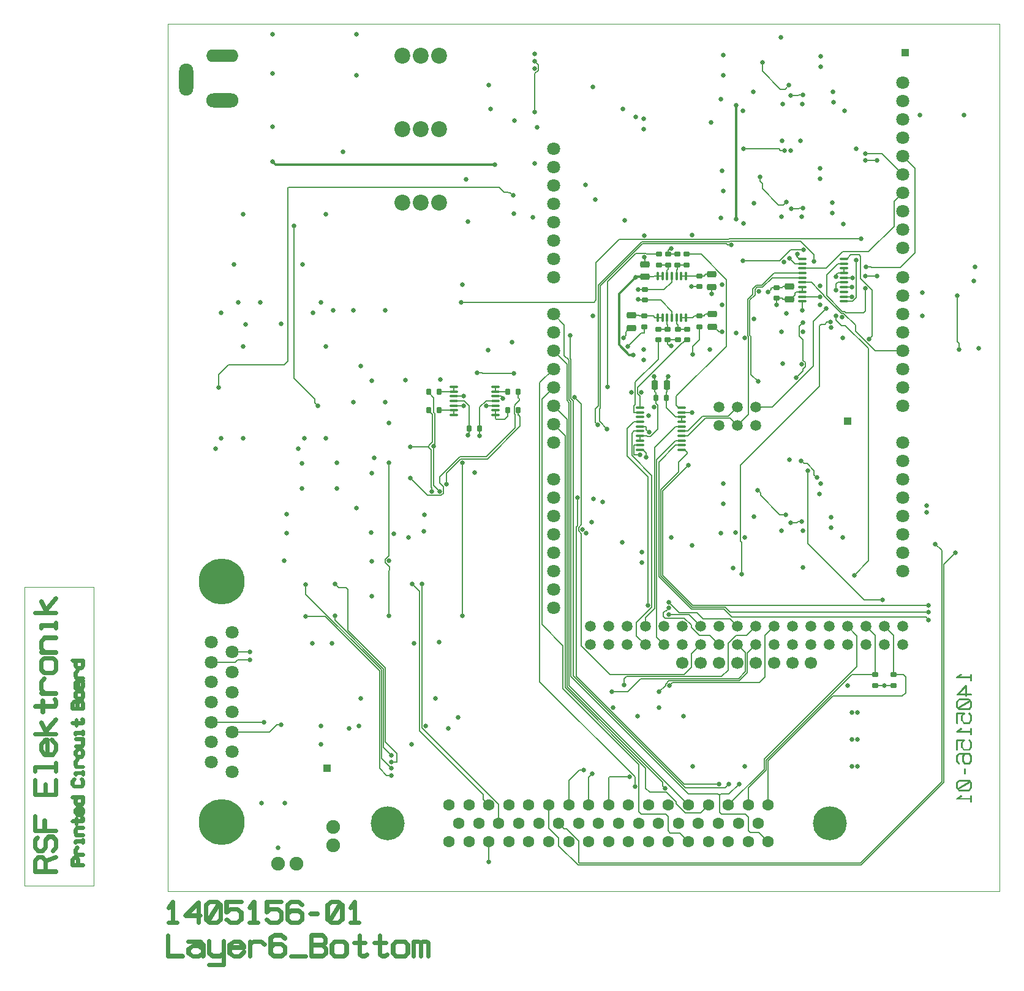
<source format=gbr>
*
G04 Job   : F:\ECADdesigns\1405165-01-00-A\PCB\1405165-01-00-A.pcb*
G04 User  : AT01PC650:at10682*
G04 Layer : Layer6_Bottom.gbr*
G04 Date  : Tue May 09 13:27:59 2023*
G04 Layer Bottom*
%ICAS*%
%MOMM*%
%FSLAX54Y54*%
%OFA0.0000B0.0000*%
G90*
G74*
%AMVB_RECTANGLE*
21,1,$1,$2,0,0,$3*
%
%AMVB_RCRECTANGLE*
$3=$3X2*
21,1,$1-$3,$2,0,0,0*
21,1,$1,$2-$3,0,0,0*
$1=$1/2*
$2=$2/2*
$3=$3/2*
$1=$1-$3*
$2=$2-$3*
1,1,$3X2,0-$1,0-$2*
1,1,$3X2,0-$1,$2*
1,1,$3X2,$1,$2*
1,1,$3X2,$1,0-$2*
%
%ADD14C,0.00500*%
%ADD10C,0.01000*%
%ADD11C,0.15000*%
%ADD13C,0.30000*%
%ADD12C,0.50000*%
%ADD15C,0.65000*%
%ADD25C,1.49000*%
%ADD73C,1.60000*%
%ADD29C,1.70000*%
%ADD20C,1.80000*%
%ADD28C,1.90000*%
%ADD26C,2.20000*%
%ADD72C,4.70000*%
%ADD71C,6.35000*%
%ADD22O,4.45000X1.75000*%
%ADD21O,4.45000X1.95000*%
%ADD23O,1.95000X4.45000*%
%ADD19VB_RECTANGLE,1.00000X1.00000X0.00000*%
%ADD18VB_RCRECTANGLE,0.90000X0.65000X0.15000*%
%ADD17VB_RCRECTANGLE,0.65000X0.90000X0.15000*%
%ADD24VB_RCRECTANGLE,1.15000X0.35000X0.10000*%
%ADD27VB_RCRECTANGLE,0.35000X1.15000X0.10000*%
%ADD16VB_RCRECTANGLE,1.30000X0.85000X0.20000*%
%ADD70VB_RCRECTANGLE,0.85000X1.30000X0.20000*%
G01*
G54D10*
X1150000D01*
Y1200000*
X0*
Y0*
G54D11*
X88900Y330700D02*
X106958D01*
X106988Y330670*
X114100*
Y320303D02*
X96620D01*
X93216Y316900*
X60500*
X133508Y234100D02*
X60500D01*
X157310Y230429D02*
X150198D01*
Y229541*
X140958Y220300*
X88900*
X207309Y671613D02*
X203597Y675325D01*
Y680325*
X174500Y709422*
Y920483*
X305617Y593021D02*
Y464384D01*
X300508Y459275*
Y454925*
X303633Y451800*
X303675*
X306800Y448675*
Y444325*
X305614Y443139*
Y381010*
X309227Y188401D02*
X298397Y199231D01*
Y307497*
X231169Y374726*
Y380625*
X309682Y160241D02*
X302570D01*
X292897Y169913*
Y305219*
X217749Y380367*
X190951*
X309682Y169853D02*
X295647Y183887D01*
Y306358*
X190951Y411055*
Y424547*
X309682Y178997D02*
X316794D01*
Y190892*
X301147Y206538*
Y308636*
X248777Y361007*
Y417456*
X246655Y419577*
X236655*
X231169Y425063*
X338201Y425100D02*
X348423Y414878D01*
Y222245*
X436540Y134128*
Y126660*
X444000Y119200*
X351726Y425100D02*
Y419850D01*
X351542Y419666*
Y226425*
X448217Y129750*
X448370*
X457800Y120320*
Y93800*
X359789Y615094D02*
X362436Y617741D01*
Y617828*
X365772Y621164*
Y659328*
X360850Y664250*
Y665500*
X359789Y615094D02*
X335896D01*
X359789D02*
X361289Y613595D01*
X364724Y610160*
Y558494*
X364942Y558275*
Y553025*
X360850Y690900D02*
Y689650D01*
X368100Y682400*
Y662272*
X369516Y660857*
Y617483*
X367686Y615654*
Y608828*
X367474Y608616*
Y561153*
X375792Y552835*
X375350Y665500D02*
X386750D01*
X387050Y665200*
X395350*
X375350Y690900D02*
X386750D01*
X387050Y691200*
X395350*
Y658700D02*
Y665200D01*
Y678200D02*
X410425D01*
X416850Y671775*
Y640100*
X395350Y697700D02*
Y691200D01*
X407460Y592877D02*
Y587627D01*
X407139Y587306*
Y381100*
X409501Y671700D02*
X395350D01*
X409501Y684700D02*
X395350D01*
X414918Y630517D02*
X416850Y632448D01*
Y640100*
X427417Y716747D02*
X435370D01*
X435667Y716450*
X478877*
X431350Y640100D02*
Y630788D01*
X430918Y630356*
X444000Y41023D02*
Y68400D01*
X452850Y658700D02*
Y665200D01*
Y671700D02*
X441127D01*
X440939Y671511*
X452850Y678200D02*
X440203D01*
X431350Y669347*
Y640100*
X452850Y684700D02*
X461150D01*
X463331Y682519*
Y681870*
X452850Y691200D02*
X464250D01*
X464550Y690900*
X470350*
X452850Y697700D02*
Y691200D01*
X470350Y665500D02*
Y657447D01*
X465832Y652929*
X454321*
X452850Y654400*
Y658700*
X477708Y962301D02*
X473959Y966051D01*
X471459*
X470179Y967330*
X465106*
X458336Y974100*
X167443*
X165955Y972612*
Y733019*
X160930Y727994*
X84272*
X70689Y714410*
Y696710*
X484850Y665500D02*
Y658450D01*
X485229*
X487350Y656329*
Y643662*
X441815Y598127*
X405285*
X385682Y578524*
Y562800*
X484850Y690900D02*
Y682765D01*
X485886Y681729*
Y678729*
X480495Y673337*
Y672034*
X479050Y670589*
Y660822*
X480495Y659378*
Y640696*
X440676Y600877*
X404146*
X376282Y573013*
Y564775*
X381042Y560015*
Y550660*
X377967Y547585*
X359457*
X335442Y571600*
X507401Y1148000D02*
X512350Y1143051D01*
Y1135825*
X507401Y1130877*
Y1077894*
X526800Y119200D02*
Y87503D01*
X540565Y73738*
Y62917*
X567342Y36140*
X628258*
X628376Y36258*
X632768*
X632886Y36140*
X958976*
X1073277Y150441*
Y452184*
X1089109Y468016*
X533400Y645900D02*
X549346Y629954D01*
Y281560*
X660611Y170294*
Y142526*
X666303Y136835*
X689685*
X702950Y123570*
Y121330*
X715630Y108650*
X737050*
X747600Y119200*
X533400Y671300D02*
X552096Y652604D01*
Y282699*
X684415Y150380*
Y145797*
X688127Y142085*
X533400Y798300D02*
X548287Y783413D01*
Y741177*
X554664Y734800*
Y680068*
X557596Y677136*
Y297264*
X720055Y134804*
X760549*
X762818Y132535*
X540600Y93800D02*
X548060Y86340D01*
X551380*
X568409Y69311*
Y39696*
X569214Y38890*
X627119*
X627236Y39008*
X633907*
X634025Y38890*
X957837*
X1070527Y151580*
Y471240*
X1061537Y480230*
X556874Y768846D02*
Y736479D01*
X557414Y735939*
Y681207*
X560346Y678275*
Y298403*
X715584Y143164*
X770570*
X775434Y148028*
X566629Y544279D02*
Y505514D01*
X565194Y504079*
Y297443*
X714223Y148414*
X762201*
X574894Y168075D02*
X568968D01*
X554400Y153506*
Y119200*
X582000D02*
Y157646D01*
X587126Y162773*
X594597Y644829D02*
X590884Y648541D01*
Y667125*
X595130Y671370*
Y838333*
X655411Y898614*
X776251*
X777182Y899545*
X874710*
X893659Y880595*
Y871288*
X607436Y639414D02*
X596749Y650101D01*
Y667125*
X597880Y668255*
Y837194*
X656550Y895864*
X772537*
X774107Y894295*
X779357*
X608084Y697776D02*
Y843509D01*
X646872Y882297*
X661051*
X662298Y881050*
X679400*
X614358Y276314D02*
X619608D01*
X619621Y276301*
X636273*
X654094Y294121*
X788941*
X798450Y303631*
Y330050*
X787400Y341100*
X629877Y765204D02*
X633783Y769111D01*
Y773483*
X639250Y778950*
X641500*
X631096Y285175D02*
Y293625D01*
X634343Y296871*
X765872*
X774868Y305867*
Y342710*
X785958Y353800*
X800100*
X812800Y366500*
X638716Y158009D02*
X611088D01*
X609600Y156521*
Y119200*
X646139Y145037D02*
Y158011D01*
X514529Y289621*
Y703229*
X533400Y722100*
X652138Y769800D02*
X635714Y753376D01*
X653050Y610450D02*
X657050D01*
X661655Y605845*
Y600094*
X653050Y629950D02*
Y623450D01*
X653454Y603650D02*
X644855D01*
Y605051*
X644750Y605156*
Y616950*
X653050*
X659000Y772266D02*
X654604D01*
X652138Y769800*
X659000Y781050D02*
Y772266D01*
Y795550D02*
X651950D01*
X651050Y796450*
X641500*
X659400Y867250D02*
Y876523D01*
X658876Y877047*
X660200Y817550D02*
X651668D01*
X650568Y818650*
X660200Y817550D02*
X681400D01*
X697100Y801850*
Y793550*
X660200Y832050D02*
X650568D01*
X660400Y341100D02*
X648017Y353483D01*
Y371731*
X669520Y393234*
Y575096*
X642000Y602616*
Y633700*
X644750Y636450*
X653050*
X660400Y366500D02*
Y378489D01*
X673050Y391139*
Y613750*
X702250Y642950*
X710550*
X664270Y395409D02*
Y573161D01*
X635615Y601816*
Y640315*
X644750Y649450*
X653050*
X665600Y634646D02*
X661887Y638359D01*
Y642413*
X661350Y642950*
X653050*
X673150Y700300D02*
Y691200D01*
X674650Y689700*
Y682600*
X673150Y700300D02*
Y711655D01*
X672796Y712009*
X674650Y682600D02*
Y674751D01*
X677450Y671951*
Y639072*
X667774Y629396*
X663425*
X662871Y629950*
X653050*
X677600Y793550D02*
X684100D01*
X677600D02*
X673300D01*
X671300Y795550*
X659000*
X677600Y851050D02*
X684100D01*
X677600D02*
X673300D01*
X672000Y849750*
X659400*
X678100Y762950D02*
Y736039D01*
X646439Y704378*
Y672860*
X644750Y671170*
Y662450*
X653050*
X689150Y682600D02*
Y689700D01*
X690650Y691200*
Y700300*
Y710974*
X691750Y712074*
X691000Y762950D02*
Y757150D01*
X693500Y754650*
X696250*
X691000Y777450D02*
Y784050D01*
X690600Y784450*
Y793550*
X691000Y777450D02*
X678100D01*
X691700Y866550D02*
X679400D01*
X691700D02*
Y860600D01*
X690600Y859500*
Y851050*
X691700Y881050D02*
Y886850D01*
X694200Y889350*
X696250*
X693001Y391718D02*
X689289Y388006D01*
X687765*
X685310Y385550*
Y380064*
X687598Y377777*
X695176*
X695253Y377853*
X713989*
X723900Y367942*
Y365058*
X735158Y353800*
X749300*
X762000Y341100*
X697100Y851050D02*
Y842750D01*
X686400Y832050*
X660200*
X703600Y851050D02*
Y859550D01*
X704600Y860550*
Y866550*
Y881050D02*
X691700D01*
X705200Y762950D02*
X691000D01*
X705200Y777450D02*
Y783450D01*
X703600Y785050*
Y793550*
X710100Y851050D02*
X716600D01*
X710550Y616950D02*
X702250D01*
X678875Y593575*
Y434967*
X723739Y390102*
X769299*
X780173Y379229*
X1048515*
X1052227Y375516*
X710550Y623450D02*
X702250D01*
X675800Y597000*
Y351100*
X685800Y341100*
X710550Y629950D02*
X718850D01*
X743300Y654400*
X777400*
X787400Y644400*
X710550Y649450D02*
Y655950D01*
X702250*
X689150Y669050*
Y682600*
X710550Y662450D02*
X719727D01*
X720046Y662131*
X725296*
X710550Y668950D02*
X706550D01*
X703290Y672210*
Y685085*
X772136Y753931*
Y846199*
X737285Y881050*
X717300*
X716600Y793550D02*
X710100D01*
X716600D02*
X726150D01*
X728150Y795550*
X735200*
X716600Y851050D02*
X727650D01*
X727750Y850950*
X734800*
X717300Y866550D02*
X704600D01*
X717900Y762950D02*
X716650D01*
X712036Y758336*
X711698*
X649868Y696506*
Y688177*
X653050Y684995*
Y668950*
X717900Y777450D02*
X705200D01*
X720000Y68400D02*
X707664Y80736D01*
X694762*
X691891Y83607*
Y102960*
X688416Y106435*
X655118*
X651389Y110164*
Y175627*
X546596Y280421*
Y339730*
X517279Y369047*
Y680579*
X533400Y696700*
X720000Y119200D02*
X554846Y284354D01*
Y675997*
X551914Y678929*
Y728986*
X533400Y747500*
X724501Y836450D02*
X734800D01*
X726196Y742966D02*
Y753796D01*
X735200Y762800*
Y781050*
X734800Y850950D02*
X741850D01*
X742850Y851950*
Y853250*
X751900*
X735200Y795550D02*
X742250D01*
Y797143*
X743357Y798250*
X752700*
X736600Y341100D02*
X723864Y328364D01*
Y309710*
X713927Y299773*
X611385*
X571879Y339278*
Y494655*
X567944Y498590*
Y502940*
X571879Y506875*
Y674166*
X562664Y683382*
X736600Y366500D02*
X720653Y382447D01*
X696929*
X696350Y383027*
X693001*
X751900Y835750D02*
Y826450D01*
X752700Y780750D02*
X754950D01*
X762230Y773470*
X766886*
X762818Y132535D02*
X763177D01*
X765059Y134417*
X776047*
X790044Y148414*
X775200Y119200D02*
X824900Y168900D01*
Y182569*
X953005Y310674*
Y353295*
X939800Y366500*
X787400D02*
X777400Y376500D01*
X740489*
X731792Y385197*
X707272*
X693001Y399468*
X787400Y644400D02*
X802800Y659800D01*
Y767225*
X801694Y768331*
Y818454*
X809164Y825924*
Y833424*
X813850Y838110*
X821350*
X838290Y855050*
X877450*
X787400Y669800D02*
X774750Y657150D01*
X739550*
X718850Y636450*
X710550*
X793700Y438997D02*
Y482875D01*
X792200Y484375*
Y588952*
X901467Y698218*
Y782111*
X903588Y784233*
X908378*
X911446Y787300*
X916696*
X794927Y871682D02*
X802279D01*
X802298Y871701*
X845842*
X846679Y872538*
Y872686*
X861586Y887593*
X879237*
X796145Y1026773D02*
X804388D01*
X804395Y1026765*
X845447*
X847312Y1024900*
X852562*
X802800Y119200D02*
Y142911D01*
X827650Y167761*
Y181430*
X945570Y299350*
X977900*
X812800Y341100D02*
X801200Y329500D01*
Y302492*
X790080Y291371*
X693046*
X688204Y286530*
Y284520*
X679342Y275658*
X815625Y554928D02*
X819505Y551048D01*
Y547557*
X846347Y520715*
X854305*
X816091Y704901D02*
X806146Y714846D01*
Y767768*
X804900Y769014*
Y817771*
X811914Y824785*
Y832285*
X814989Y835360*
X822489*
X835679Y848550*
X877450*
X818878Y988076D02*
Y982264D01*
X822251Y978891*
Y971786*
X844694Y949342*
X851205*
X855065Y953203*
X830281Y828850D02*
X833993Y832562D01*
Y833793*
X835150Y834950*
X842200*
X830400Y68400D02*
X817599Y81201D01*
X805756*
X802800Y84158*
Y102423*
X798723Y106500*
X765900*
X762818Y109582*
Y132535*
X830400Y119200D02*
Y180291D01*
X920049Y269940*
X1015365*
X1020107Y274682*
Y296733*
X1017490Y299350*
X1003300*
X838200Y366500D02*
X825500Y353800D01*
Y296380*
X817742Y288621*
X697721*
X693454Y284355*
X842200Y820450D02*
X849250D01*
X850450Y819250*
Y818950*
X859500*
X842200Y820450D02*
Y811317D01*
X859021Y1114893D02*
X853367Y1109239D01*
X847007*
X822012Y1134235*
Y1139718*
X822000Y1139730*
Y1146034*
X859500Y818950D02*
X861750D01*
X867217Y824417*
Y827117*
X869150Y829050*
X877450*
X859500Y836450D02*
X850450D01*
Y836150*
X849250Y834950*
X842200*
X861098Y509717D02*
X869828D01*
X871410Y511300*
X876660*
X861534Y1100393D02*
X871335D01*
X872742Y1101800*
X877992*
X862046Y944090D02*
X872052D01*
X873265Y945304*
X878515*
X876047Y595386D02*
X879760Y591674D01*
X884036*
X893905Y581805*
Y576058*
X897617Y572346*
X877450Y816050D02*
Y803627D01*
Y835550D02*
Y829050D01*
Y842050D02*
X889825D01*
X901975Y829900*
X902125*
X907300Y824725*
Y823527*
X931527Y799300*
X934454*
X950777Y782977*
Y774489*
X977765Y747500*
X1016000*
X877450Y868050D02*
X867259D01*
X859585Y875724*
X877450Y874550D02*
X873450D01*
X870190Y877810*
Y881155*
X870391Y881357*
X878228Y786392D02*
X872926Y781089D01*
Y771885*
X873384Y771427*
Y767815*
X878250Y762949*
Y734470*
X881540Y731180*
Y725331*
X878250Y722041*
Y719866*
X868890Y710505*
X884969Y581300D02*
Y480946D01*
X962980Y402935*
X988464*
X902050Y822550D02*
X877450D01*
X910052Y805797D02*
X892404Y788149D01*
Y726595*
X835609Y669800*
X812800*
X923649Y796101D02*
Y790256D01*
X931165Y782739*
X937010*
X968999Y750750*
Y456914*
X949400Y437315*
X934950Y822550D02*
X946012D01*
X934950Y835550D02*
X946145D01*
X934950Y842050D02*
X926650D01*
X924150Y839550*
Y831719*
X934950Y848550D02*
X946669D01*
X934950Y855050D02*
X926650D01*
X924150Y852550*
Y850502*
X934950Y855050D02*
Y861550D01*
Y868050D02*
X926650D01*
X910979Y852379*
Y823737*
X932666Y802050*
X935593*
X937354Y800289*
X962100*
X964221Y802410*
Y833805*
X951906Y872985D02*
Y850738D01*
X951919Y850725*
Y846375*
X951906Y846362*
Y821019*
X946936Y816050*
X934950*
X958970Y902295D02*
X953720D01*
X776043*
X775112Y901364*
X624606*
X592380Y869137*
Y817495*
X589776Y814892*
X405580*
X964194Y850926D02*
X975653D01*
X975678Y850902*
X980928*
X964562Y1011205D02*
X980826D01*
X964624Y1020116D02*
X987184D01*
X1016000Y991300*
X965456Y863260D02*
X972613D01*
X972827Y863046*
X1012889*
X1032861Y883018*
Y999839*
X1016000Y1016700*
X969274Y763416D02*
X974157Y768299D01*
Y831581*
X958054Y847684*
Y878162*
X955933Y880284*
X944684*
X938950Y874550*
X934950*
X977900Y284850D02*
X985068D01*
X985085Y284834*
X990587*
X977900Y299350D02*
Y353800D01*
X965200Y366500*
X990587Y284834D02*
X996234D01*
X996250Y284850*
X1003300*
Y299350D02*
Y353800D01*
X990600Y366500*
X1016000Y965900D02*
X1004450Y954350D01*
Y919884*
X968990Y884424*
X933693*
X910819Y861550*
X877450*
X1052227Y386053D02*
X777238D01*
X770438Y392852*
X724878*
X681625Y436106*
Y555143*
X706163Y579681*
Y593938*
X717810Y605586*
Y607190*
X714550Y610450*
X710550*
X1052227Y395602D02*
X726017D01*
X684375Y437245*
Y554004*
X720087Y589717*
X1091100Y179810D02*
X1093840Y176450D01*
X1093940Y176350*
X1094100Y176330*
X1094200Y176350*
X1094320Y176390*
X1094400Y176450*
X1094480Y176550*
X1094540Y176650*
X1094560Y176750*
Y176850*
X1094500Y176930*
X1091840Y180210*
Y186690*
X1094360Y189770*
X1101540*
X1099320Y187050*
X1099300Y186970*
X1099280Y186930*
Y186910*
X1099260*
X1099240Y186810*
Y180070*
X1099260Y179990*
X1099280Y179970*
Y179950*
X1099300Y179890*
X1099320Y179810*
X1102040Y176450*
X1102100Y176430*
X1102120Y176390*
X1102140Y176370*
X1102180*
X1102320Y176330*
X1102380Y176310*
X1107880*
X1107980Y176330*
X1108060Y176370*
X1108140Y176390*
X1108200Y176450*
X1110940Y179810*
X1110980Y179910*
X1111000Y179930*
Y179970*
X1111020Y180010*
Y180030*
Y180070*
Y186810*
X1111000Y186890*
X1110980Y186970*
X1110940Y187050*
X1108200Y190410*
X1108160Y190450*
X1108140Y190490*
X1108080Y190530*
X1107940Y190570*
X1107880Y190590*
X1094160*
X1094060Y190570*
X1093980Y190530*
X1093940Y190490*
X1093900Y190450*
X1093840Y190410*
X1091100Y187050*
X1091080Y186970*
X1091060Y186910*
X1091040Y186890*
X1091020Y186810*
Y180070*
X1091040Y179990*
Y179970*
X1091060Y179950*
X1091080Y179890*
X1091100Y179810*
X1093756Y749709D02*
Y757943D01*
X1091659Y760040*
Y823812*
X1093840Y153370D02*
X1091100Y150010D01*
X1091080Y149930*
X1091060Y149870*
X1091040Y149850*
X1091020Y149770*
Y143030*
X1091040Y142950*
Y142930*
X1091060Y142910*
X1091080Y142850*
X1091100Y142770*
X1093840Y139410*
X1093940Y139350*
X1094020Y139330*
X1094080Y139290*
X1094160Y139270*
X1107880*
X1107940Y139290*
X1108080Y139330*
X1108120Y139350*
X1108200Y139410*
X1110940Y142770*
X1110960Y142850*
X1110980Y142890*
X1111000Y142930*
X1111020Y142970*
Y143030*
Y149770*
X1111000Y149850*
X1110980Y149930*
X1110940Y150010*
X1108200Y153370*
X1108160Y153410*
X1108140Y153450*
X1108080Y153490*
X1107940Y153530*
X1107880Y153550*
X1094160*
X1094080Y153530*
X1094020Y153490*
X1093940Y153450*
X1093840Y153370*
Y265310D02*
X1091100Y261950D01*
X1091080Y261870*
X1091060Y261810*
X1091040Y261790*
X1091020Y261710*
Y254970*
X1091040Y254890*
Y254870*
X1091060Y254850*
X1091080Y254790*
X1091100Y254710*
X1093840Y251350*
X1093940Y251290*
X1094020Y251270*
X1094080Y251230*
X1094160Y251210*
X1107880*
X1107940Y251230*
X1108080Y251270*
X1108120Y251290*
X1108200Y251350*
X1110940Y254710*
X1110960Y254790*
X1110980Y254830*
X1111000Y254870*
X1111020Y254910*
Y254970*
Y261710*
X1111000Y261790*
X1110980Y261870*
X1110940Y261950*
X1108200Y265310*
X1108160Y265350*
X1108140Y265390*
X1108080Y265430*
X1107940Y265470*
X1107880Y265490*
X1094160*
X1094080Y265470*
X1094020Y265430*
X1093940Y265390*
X1093840Y265310*
X1094360Y152730D02*
X1107680D01*
X1108680Y151550*
X1092900Y141870*
X1091840Y143190*
Y149650*
X1094360Y152730*
Y264670D02*
X1107680D01*
X1108680Y263490*
X1092900Y253810*
X1091840Y255130*
Y261590*
X1094360Y264670*
X1097900Y205730D02*
X1097920Y205810D01*
X1097940Y205870*
X1097980Y205950*
X1100180Y208670*
X1091840*
Y195610*
X1091800Y195470*
X1091720Y195350*
X1091580Y195290*
X1091440Y195270*
X1091280Y195290*
X1091140Y195350*
X1091060Y195470*
X1091020Y195610*
Y209110*
X1091060Y209250*
X1091160Y209350*
X1091280Y209470*
X1091420Y209510*
X1101040*
X1101180Y209490*
X1101280Y209430*
X1101340Y209350*
X1101380Y209210*
X1101420Y209110*
X1101440Y209030*
X1101420Y208930*
X1101360Y208850*
X1098700Y205590*
Y199130*
X1101240Y196010*
X1107680*
X1110180Y199130*
Y205590*
X1107540Y208850*
X1107480Y208990*
Y209110*
X1107560Y209230*
X1107660Y209350*
X1107800Y209430*
X1107940Y209450*
X1108020*
X1108080Y209430*
X1108180Y209330*
X1110940Y205950*
X1110980Y205890*
Y205810*
X1111020Y205730*
Y198990*
Y198930*
X1111000Y198910*
Y198890*
X1110980Y198850*
Y198810*
X1110940Y198730*
X1108180Y195350*
X1108120Y195290*
X1108080Y195270*
X1107960Y195230*
X1107880Y195210*
X1101040*
X1100960Y195230*
X1100840Y195270*
X1100800*
X1100780Y195290*
X1100740Y195330*
X1100700Y195350*
X1097980Y198730*
X1097940Y198830*
X1097920Y198890*
X1097900Y198990*
Y205730*
Y242830D02*
X1097920Y242910D01*
X1097940Y242970*
X1097980Y243050*
X1100180Y245770*
X1091840*
Y232710*
X1091800Y232570*
X1091720Y232450*
X1091580Y232390*
X1091440Y232370*
X1091280Y232390*
X1091140Y232450*
X1091060Y232570*
X1091020Y232710*
Y246210*
X1091060Y246350*
X1091160Y246450*
X1091280Y246570*
X1091420Y246610*
X1101040*
X1101180Y246590*
X1101280Y246530*
X1101340Y246450*
X1101380Y246310*
X1101420Y246210*
X1101440Y246130*
X1101420Y246030*
X1101360Y245950*
X1098700Y242690*
Y236230*
X1101240Y233110*
X1107680*
X1110180Y236230*
Y242690*
X1107540Y245950*
X1107480Y246090*
Y246210*
X1107560Y246330*
X1107660Y246450*
X1107800Y246530*
X1107940Y246550*
X1108020*
X1108080Y246530*
X1108180Y246430*
X1110940Y243050*
X1110980Y242990*
Y242910*
X1111020Y242830*
Y236090*
Y236030*
X1111000Y236010*
Y235990*
X1110980Y235950*
Y235910*
X1110940Y235830*
X1108180Y232450*
X1108120Y232390*
X1108080Y232370*
X1107960Y232330*
X1107880Y232310*
X1101040*
X1100960Y232330*
X1100840Y232370*
X1100800*
X1100780Y232390*
X1100740Y232430*
X1100700Y232450*
X1097980Y235830*
X1097940Y235930*
X1097920Y235990*
X1097900Y236090*
Y242830*
X1102140Y168950D02*
Y162530D01*
X1102160Y162390*
X1102240Y162290*
X1102340Y162230*
X1102460Y162210*
X1102620Y162230*
X1102720Y162290*
X1102800Y162390*
X1102820Y162530*
Y168950*
X1102800Y169090*
X1102720Y169190*
X1102620Y169250*
X1102460Y169270*
X1102340Y169250*
X1102240Y169210*
X1102160Y169110*
X1102140Y168950*
X1102580Y189770D02*
X1107680D01*
X1110200Y186690*
Y180230*
X1107680Y177110*
X1102580*
X1100040Y180230*
Y186690*
X1102580Y189770*
X1103740Y283010D02*
X1093000Y272250D01*
X1103740*
Y283010*
X1109200Y150910D02*
X1110200Y149650D01*
Y143190*
X1107680Y140070*
X1094360*
X1093420Y141250*
X1109200Y150910*
Y262850D02*
X1110200Y261590D01*
Y255130*
X1107680Y252010*
X1094360*
X1093420Y253190*
X1109200Y262850*
X1110200Y131770D02*
X1110240Y131930D01*
X1110320Y132010*
X1110460Y132070*
X1110620Y132090*
X1110760Y132070*
X1110900Y132010*
X1111000Y131930*
X1111020Y131770*
Y123970*
X1111000Y123830*
X1110900Y123710*
X1110760Y123650*
X1110620Y123630*
X1110460Y123650*
X1110320Y123710*
X1110240Y123830*
X1110200Y123970*
Y127490*
X1091420*
X1091280Y127510*
X1091180Y127570*
X1091120Y127670*
X1091100Y127810*
X1091080Y127910*
Y128010*
X1091120Y128090*
X1091200Y128170*
X1096680Y132070*
X1096820Y132130*
X1096960*
X1097080Y132070*
X1097180Y131970*
X1097260Y131850*
X1097300Y131710*
Y131630*
X1097260Y131570*
X1097220Y131510*
X1097160Y131470*
X1092680Y128270*
X1110200*
Y131770*
Y224810D02*
X1110240Y224970D01*
X1110320Y225050*
X1110460Y225110*
X1110620Y225130*
X1110760Y225110*
X1110900Y225050*
X1111000Y224970*
X1111020Y224810*
Y217010*
X1111000Y216870*
X1110900Y216750*
X1110760Y216690*
X1110620Y216670*
X1110460Y216690*
X1110320Y216750*
X1110240Y216870*
X1110200Y217010*
Y220530*
X1091420*
X1091280Y220550*
X1091180Y220610*
X1091120Y220710*
X1091100Y220850*
X1091080Y220950*
Y221050*
X1091120Y221130*
X1091200Y221210*
X1096680Y225110*
X1096820Y225170*
X1096960*
X1097080Y225110*
X1097180Y225010*
X1097260Y224890*
X1097300Y224750*
Y224670*
X1097260Y224610*
X1097220Y224550*
X1097160Y224510*
X1092680Y221310*
X1110200*
Y224810*
Y299710D02*
X1110240Y299870D01*
X1110320Y299950*
X1110460Y300010*
X1110620Y300030*
X1110760Y300010*
X1110900Y299950*
X1111000Y299870*
X1111020Y299710*
Y291910*
X1111000Y291770*
X1110900Y291650*
X1110760Y291590*
X1110620Y291570*
X1110460Y291590*
X1110320Y291650*
X1110240Y291770*
X1110200Y291910*
Y295430*
X1091420*
X1091280Y295450*
X1091180Y295510*
X1091120Y295610*
X1091100Y295750*
X1091080Y295850*
Y295950*
X1091120Y296030*
X1091200Y296110*
X1096680Y300010*
X1096820Y300070*
X1096960*
X1097080Y300010*
X1097180Y299910*
X1097260Y299790*
X1097300Y299650*
Y299570*
X1097260Y299510*
X1097220Y299450*
X1097160Y299410*
X1092680Y296210*
X1110200*
Y299710*
X1110620Y272250D02*
X1110780Y272230D01*
X1110880Y272130*
X1110940Y271990*
X1110960Y271850*
X1110940Y271710*
X1110880Y271590*
X1110780Y271490*
X1110620Y271450*
X1104560*
Y270510*
X1104520Y270370*
X1104440Y270250*
X1104300Y270190*
X1104160Y270170*
X1104000Y270190*
X1103860Y270250*
X1103760Y270370*
X1103740Y270510*
Y271450*
X1091980*
X1091880Y271470*
X1091800Y271510*
X1091720Y271610*
X1091660Y271710*
X1091620Y271830*
X1091600Y271950*
X1091620Y272050*
X1091700Y272150*
X1103840Y284290*
X1103960Y284370*
X1104080Y284410*
X1104200Y284390*
X1104340Y284310*
X1104440Y284270*
X1104500Y284190*
X1104540Y284110*
X1104560Y284010*
Y272250*
X1110620*
G54D12*
X-183520Y165492D02*
X-183460Y165252D01*
X-183340Y165102*
X-183130Y165042*
X-182890Y165012*
X-182680Y165042*
X-182470Y165102*
X-182350Y165252*
X-182290Y165492*
Y170742*
X-154780*
Y165492*
X-154720Y165252*
X-154570Y165102*
X-154360Y165042*
X-154120Y165012*
X-153910Y165042*
X-153730Y165102*
X-153580Y165252*
X-153520Y165492*
Y177192*
X-153580Y177402*
X-153730Y177582*
X-153910Y177672*
X-154120Y177702*
X-154360Y177672*
X-154570Y177582*
X-154720Y177402*
X-154780Y177192*
Y171912*
X-182920*
X-183130Y171852*
X-183310Y171732*
X-183460Y171582*
X-183520Y171342*
Y165492*
X-182920Y256182D02*
X-183130Y256122D01*
X-183310Y255972*
X-183400Y255792*
X-183430Y255582*
X-183400Y255372*
X-183310Y255162*
X-183130Y255012*
X-182920Y254982*
X-173230*
Y247632*
X-173170Y247422*
X-173050Y247272*
X-172840Y247182*
X-172630*
X-172420*
X-172210Y247272*
X-172090Y247422*
X-172030Y247632*
Y254982*
X-156160*
X-156010Y255012*
X-155860Y255102*
X-155770Y255162*
X-155710Y255282*
X-153640Y258282*
X-153550Y258402*
X-153520Y258582*
Y262602*
X-153550Y262782*
X-153640Y262932*
X-155710Y265932*
X-155860Y266112*
X-156040Y266172*
X-156250Y266142*
X-156460Y266022*
X-156610Y265872*
X-156730Y265722*
X-156760Y265512*
X-156670Y265302*
X-154750Y262422*
Y258702*
X-156460Y256182*
X-172030*
Y263592*
X-172090Y263802*
X-172210Y263982*
X-172420Y264072*
X-172630Y264102*
X-172840Y264072*
X-173050Y263982*
X-173170Y263802*
X-173230Y263592*
Y256182*
X-182920*
X-182290Y27552D02*
Y41892D01*
X-178510Y46572*
X-172930*
X-169120Y41892*
Y27552*
X-182290*
Y103842D02*
X-182350Y104052D01*
X-182470Y104232*
X-182680Y104322*
X-182890Y104352*
X-183130Y104322*
X-183340Y104232*
X-183460Y104052*
X-183520Y103842*
Y83592*
X-183460Y83382*
X-183310Y83202*
X-183130Y83052*
X-182920Y82992*
X-154120*
X-153910Y83052*
X-153730Y83202*
X-153640Y83382*
X-153610Y83592*
X-153640Y83832*
X-153730Y84042*
X-153910Y84192*
X-154120Y84252*
X-169270*
Y97842*
X-169300Y98052*
X-169450Y98232*
X-169660Y98322*
X-169870Y98352*
X-170110Y98322*
X-170320Y98232*
X-170440Y98052*
X-170500Y97842*
Y84252*
X-182290*
Y103842*
Y153642D02*
X-182350Y153852D01*
X-182470Y154032*
X-182680Y154122*
X-182890Y154152*
X-183130Y154122*
X-183340Y154032*
X-183460Y153852*
X-183520Y153642*
Y133392*
X-183460Y133182*
X-183310Y133002*
X-183130Y132852*
X-182920Y132792*
X-154120*
X-153910Y132852*
X-153730Y133002*
X-153580Y133182*
X-153520Y133392*
Y153642*
X-153580Y153852*
X-153730Y154032*
X-153910Y154122*
X-154120Y154152*
X-154360Y154122*
X-154570Y154032*
X-154720Y153852*
X-154780Y153642*
Y134052*
X-167920*
Y147642*
X-167980Y147852*
X-168130Y148032*
X-168310Y148122*
X-168520Y148152*
X-168730Y148122*
X-168940Y148032*
X-169090Y147852*
X-169120Y147642*
Y134052*
X-182290*
Y153642*
X-174970Y195042D02*
X-174940Y203172D01*
X-174910Y203292*
X-174880Y203412*
X-174790Y203592*
X-168730Y209682*
X-168580Y209712*
X-168460Y209742*
X-168400*
Y209772*
X-168250Y209802*
X-166240*
X-166030Y209772*
X-165850Y209622*
X-165700Y209472*
X-165640Y209202*
Y189612*
X-158440*
X-154720Y195192*
Y202872*
X-160630Y208782*
X-160750Y208962*
Y209172*
X-160690Y209412*
X-160540Y209592*
X-160360Y209712*
X-160150Y209802*
X-159910*
X-159730Y209682*
X-153700Y203592*
X-153580Y203412*
X-153550Y203292*
X-153520Y203172*
Y195042*
X-153550Y194862*
X-153640Y194712*
X-157660Y188682*
X-157720Y188562*
X-157840Y188502*
X-157990Y188412*
X-158140Y188382*
X-170320*
X-170470Y188412*
X-170620Y188502*
X-170710Y188562*
X-170740Y188592*
X-170800Y188682*
X-174820Y194712*
X-174940Y194862*
X-174970Y195042*
X-174130Y233712D02*
X-174280Y233922D01*
X-174460Y233982*
X-174670*
X-174880Y233892*
X-175060Y233772*
X-175210Y233592*
X-175240Y233472*
X-175270Y233382*
X-175240Y233262*
X-175210Y233142*
X-167440Y217902*
X-182920*
X-183130Y217842*
X-183310Y217692*
X-183400Y217482*
X-183430Y217242*
X-183400Y217032*
X-183310Y216852*
X-183130Y216702*
X-182920Y216642*
X-154120*
X-153880Y216702*
X-153730Y216852*
X-153640Y217032*
X-153610Y217242*
X-153640Y217482*
X-153730Y217692*
X-153880Y217842*
X-154120Y217902*
X-166060*
X-167800Y221202*
X-153670Y237102*
X-153550Y237282*
Y237492*
X-153640Y237672*
X-153760Y237852*
X-153940Y237972*
X-154180Y238032*
X-154390*
X-154570Y237912*
X-168400Y222342*
X-174130Y233712*
Y401172D02*
X-174280Y401382D01*
X-174460Y401442*
X-174670*
X-174880Y401352*
X-175060Y401232*
X-175210Y401052*
X-175240Y400932*
X-175270Y400842*
X-175240Y400722*
X-175210Y400602*
X-167440Y385362*
X-182920*
X-183130Y385302*
X-183310Y385152*
X-183400Y384942*
X-183430Y384702*
X-183400Y384492*
X-183310Y384312*
X-183130Y384162*
X-182920Y384102*
X-154120*
X-153880Y384162*
X-153730Y384312*
X-153640Y384492*
X-153610Y384702*
X-153640Y384942*
X-153730Y385152*
X-153880Y385302*
X-154120Y385362*
X-166060*
X-167800Y388662*
X-153670Y404562*
X-153550Y404742*
Y404952*
X-153640Y405132*
X-153760Y405312*
X-153940Y405432*
X-154180Y405492*
X-154390*
X-154570Y405372*
X-168400Y389802*
X-174130Y401172*
X-172120Y47562D02*
X-172180Y47652D01*
X-172330Y47682*
X-172480Y47742*
X-172630Y47772*
X-178810*
X-178960Y47742*
X-179050Y47682*
X-179140*
X-179170Y47652*
X-179200Y47592*
X-179290Y47562*
X-183400Y42462*
X-183460Y42312*
X-183490Y42192*
X-183520Y42072*
Y26952*
X-183460Y26682*
X-183310Y26502*
X-183130Y26352*
X-182920Y26292*
X-154120*
X-153880Y26352*
X-153730Y26502*
X-153640Y26682*
X-153610Y26892*
X-153640Y27132*
X-153730Y27342*
X-153880Y27492*
X-154120Y27552*
X-167920*
Y41652*
X-153940Y46572*
X-153730Y46692*
X-153610Y46902*
X-153580Y47112*
X-153640Y47322*
X-153730Y47502*
X-153910Y47652*
X-154090Y47712*
X-154330Y47682*
X-168310Y42762*
X-172120Y47562*
X-170020Y302682D02*
X-158440D01*
X-154720Y306372*
Y317952*
X-158440Y321672*
X-170020*
X-173740Y317952*
Y306372*
X-170020Y302682*
X-169960Y189612D02*
X-166840D01*
Y208602*
X-168010*
X-173740Y202872*
Y195192*
X-169960Y189612*
X-169030Y70812D02*
X-164920Y75882D01*
X-164800Y75972*
X-164650Y76002*
X-164560Y76032*
X-164470Y76062*
X-164410Y76092*
X-158230*
X-158140Y76062*
X-157930Y76002*
X-157870Y75972*
X-157750Y75882*
X-153640Y70842*
X-153580Y70692*
X-153550Y70662*
Y70572*
X-153520Y70542*
Y70512*
Y70452*
Y60342*
X-153550Y60222*
X-153580Y60102*
X-153640Y59982*
X-157750Y54942*
X-157810Y54852*
X-157900Y54792*
X-157990Y54762*
X-158080Y54732*
X-158290Y54792*
X-158500Y54882*
X-158650Y55032*
X-158770Y55212*
X-158800Y55422*
X-158740Y55632*
X-154750Y60522*
Y70212*
X-158530Y74892*
X-164110*
X-167920Y70212*
Y60342*
Y60192*
X-167950Y60072*
X-168010Y59982*
X-172120Y54942*
X-172150Y54852*
X-172210Y54822*
X-172300Y54762*
X-172510Y54702*
X-172630Y54672*
X-178810*
X-178960Y54702*
X-179080Y54762*
X-179140Y54822*
X-179200Y54852*
X-179290Y54942*
X-183400Y59982*
X-183430Y60102*
X-183460Y60162*
X-183490Y60222*
Y60192*
X-183520Y60342*
Y70452*
X-183490Y70572*
X-183460Y70632*
X-183430Y70722*
X-183400Y70812*
X-180310Y74592*
X-180160Y74742*
X-179980Y74802*
X-179770Y74772*
X-179560Y74682*
X-179410Y74502*
X-179290Y74292*
X-179260Y74082*
X-179320Y73872*
X-182290Y70272*
Y60522*
X-178510Y55902*
X-172930*
X-169120Y60522*
Y70422*
X-169090Y70572*
X-169060Y70692*
X-169030Y70812*
X-154120Y273042D02*
X-153880Y273102D01*
X-153730Y273252*
X-153640Y273432*
X-153610Y273642*
X-153640Y273882*
X-153730Y274092*
X-153880Y274242*
X-154120Y274302*
X-170020*
X-173740Y278922*
Y288612*
X-169810Y293532*
X-169720Y293712*
X-169750Y293922*
X-169840Y294132*
X-169990Y294282*
X-170200Y294402*
X-170410Y294432*
X-170620Y294402*
X-170800Y294282*
X-174820Y289212*
X-174880Y289062*
X-174910Y288942*
X-174940Y288822*
Y278712*
X-174910Y278592*
X-174880Y278502*
X-174820Y278352*
X-171580Y274302*
X-174340*
X-174580Y274242*
X-174730Y274092*
X-174850Y273882*
X-174880Y273642*
X-174850Y273432*
X-174730Y273252*
X-174580Y273102*
X-174340Y273042*
X-170380*
X-170320*
X-170200*
X-154120*
Y349962D02*
X-153880Y349992D01*
X-153730Y350142*
X-153640Y350352*
X-153610Y350562*
X-153640Y350772*
X-153730Y350952*
X-153880Y351102*
X-154120Y351162*
X-170320*
X-170410Y351132*
X-170530Y351072*
X-170680Y351042*
X-170800Y350952*
X-174820Y345882*
X-174880Y345732*
X-174910Y345612*
X-174940Y345492*
Y335382*
X-174910Y335262*
X-174880Y335172*
X-174820Y335022*
X-171580Y330972*
X-174340*
X-174580Y330912*
X-174730Y330762*
X-174850Y330552*
X-174880Y330312*
X-174850Y330102*
X-174730Y329922*
X-174580Y329772*
X-174340Y329712*
X-154120*
X-153880Y329772*
X-153730Y329922*
X-153640Y330102*
X-153610Y330312*
X-153640Y330552*
X-153730Y330762*
X-153880Y330912*
X-154120Y330972*
X-170020*
X-173740Y335592*
Y345282*
X-170020Y349962*
X-154120*
X-153520Y318252D02*
Y306132D01*
Y306012*
X-153550Y305952*
X-153580Y305802*
X-153700Y305652*
X-157720Y301632*
X-157870Y301482*
X-158020Y301452*
X-158170*
X-170320*
X-170410*
X-170590Y301482*
X-170770Y301632*
X-174790Y305652*
X-174880Y305802*
X-174910Y305952*
X-174940Y306012*
X-174970Y306132*
X-174940Y318252*
X-174910Y318372*
X-174880Y318492*
X-174790Y318672*
X-170770Y322752*
X-170620Y322782*
X-170500Y322812*
X-170440Y322842*
X-170410*
X-170320Y322872*
X-158170*
X-158020Y322842*
X-157930Y322812*
X-157720Y322752*
X-153700Y318672*
X-153580Y318492*
X-153550Y318372*
X-153520Y318252*
Y371292D02*
X-153580Y371532D01*
X-153700Y371652*
X-153910Y371742*
X-154120Y371772*
X-154330Y371742*
X-154540Y371652*
X-154660Y371532*
X-154720Y371292*
Y368142*
X-174340*
X-174580Y368082*
X-174730Y367962*
X-174910Y367782*
X-174940Y367572*
Y363852*
X-174910Y363642*
X-174760Y363492*
X-174550Y363402*
X-174340Y363372*
X-174130Y363402*
X-173950Y363492*
X-173800Y363642*
X-173740Y363852*
Y367002*
X-154720*
Y363852*
X-154660Y363642*
X-154540Y363492*
X-154330Y363402*
X-154120Y363372*
X-153910Y363402*
X-153700Y363492*
X-153580Y363642*
X-153520Y363852*
Y371292*
X-131160Y96981D02*
X-131265Y96951D01*
X-131355Y96876*
X-131400Y96786*
X-131415Y96681*
X-131400Y96576*
X-131355Y96471*
X-131265Y96396*
X-131160Y96381*
X-126315*
Y92706*
X-126285Y92601*
X-126225Y92526*
X-126120Y92481*
X-126015*
X-125910*
X-125805Y92526*
X-125745Y92601*
X-125715Y92706*
Y96381*
X-117780*
X-117705Y96396*
X-117630Y96441*
X-117585Y96471*
X-117555Y96531*
X-116520Y98031*
X-116475Y98091*
X-116460Y98181*
Y100191*
X-116475Y100281*
X-116520Y100356*
X-117555Y101856*
X-117630Y101946*
X-117720Y101976*
X-117825Y101961*
X-117930Y101901*
X-118005Y101826*
X-118065Y101751*
X-118080Y101646*
X-118035Y101541*
X-117075Y100101*
Y98241*
X-117930Y96981*
X-125715*
Y100686*
X-125745Y100791*
X-125805Y100881*
X-125910Y100926*
X-126015Y100941*
X-126120Y100926*
X-126225Y100881*
X-126285Y100791*
X-126315Y100686*
Y96981*
X-131160*
Y232806D02*
X-131265Y232776D01*
X-131355Y232701*
X-131400Y232611*
X-131415Y232506*
X-131400Y232401*
X-131355Y232296*
X-131265Y232221*
X-131160Y232206*
X-126315*
Y228531*
X-126285Y228426*
X-126225Y228351*
X-126120Y228306*
X-126015*
X-125910*
X-125805Y228351*
X-125745Y228426*
X-125715Y228531*
Y232206*
X-117780*
X-117705Y232221*
X-117630Y232266*
X-117585Y232296*
X-117555Y232356*
X-116520Y233856*
X-116475Y233916*
X-116460Y234006*
Y236016*
X-116475Y236106*
X-116520Y236181*
X-117555Y237681*
X-117630Y237771*
X-117720Y237801*
X-117825Y237786*
X-117930Y237726*
X-118005Y237651*
X-118065Y237576*
X-118080Y237471*
X-118035Y237366*
X-117075Y235926*
Y234066*
X-117930Y232806*
X-125715*
Y236511*
X-125745Y236616*
X-125805Y236706*
X-125910Y236751*
X-126015Y236766*
X-126120Y236751*
X-126225Y236706*
X-126285Y236616*
X-126315Y236511*
Y232806*
X-131160*
X-130845Y36426D02*
Y43596D01*
X-128955Y45936*
X-126165*
X-124260Y43596*
Y36426*
X-130845*
Y252591D02*
Y259896D01*
X-128985Y261561*
X-126195*
X-124860Y259911*
Y252591*
X-130845*
X-129210Y262191D02*
X-131355Y260256D01*
X-131430Y260151*
X-131460Y260046*
Y252261*
X-131430Y252156*
X-131370Y252066*
X-131265Y251991*
X-131160Y251961*
X-124605*
X-124560*
X-124515*
X-116760*
X-116655Y251991*
X-116550Y252066*
X-116475Y252156*
X-116460Y252261*
Y260136*
X-118605Y262596*
X-118695Y262656*
X-118815Y262686*
X-122025*
X-124515Y260481*
X-125775Y262056*
X-125835Y262101*
X-125910Y262146*
X-125985Y262176*
X-126030Y262191*
X-129210*
X-127185Y108756D02*
X-127170Y112821D01*
X-127155Y112881*
X-127140Y112941*
X-127095Y113031*
X-124065Y116076*
X-123990Y116091*
X-123930Y116106*
X-123900*
Y116121*
X-123825Y116136*
X-122820*
X-122715Y116121*
X-122625Y116046*
X-122550Y115971*
X-122520Y115836*
Y106041*
X-118920*
X-117060Y108831*
Y112671*
X-120015Y115626*
X-120075Y115716*
Y115821*
X-120045Y115941*
X-119970Y116031*
X-119880Y116091*
X-119775Y116136*
X-119655*
X-119565Y116076*
X-116550Y113031*
X-116490Y112941*
X-116475Y112881*
X-116460Y112821*
Y108756*
X-116475Y108666*
X-116520Y108591*
X-118530Y105576*
X-118560Y105516*
X-118620Y105486*
X-118695Y105441*
X-118770Y105426*
X-124860*
X-124935Y105441*
X-125010Y105486*
X-125055Y105516*
X-125070Y105531*
X-125100Y105576*
X-127110Y108591*
X-127170Y108666*
X-127185Y108756*
X-125760Y46431D02*
X-125790Y46476D01*
X-125865Y46491*
X-125940Y46521*
X-126015Y46536*
X-129105*
X-129180Y46521*
X-129225Y46491*
X-129270*
X-129285Y46476*
X-129300Y46446*
X-129345Y46431*
X-131400Y43881*
X-131430Y43806*
X-131445Y43746*
X-131460Y43686*
Y36126*
X-131430Y35991*
X-131355Y35901*
X-131265Y35826*
X-131160Y35796*
X-116760*
X-116640Y35826*
X-116565Y35901*
X-116520Y35991*
X-116505Y36096*
X-116520Y36216*
X-116565Y36321*
X-116640Y36396*
X-116760Y36426*
X-123660*
Y43686*
X-123675Y43791*
X-123690Y43821*
Y43851*
X-123705Y43881*
X-125760Y46431*
X-124845Y120186D02*
X-126720Y122496D01*
Y127296*
X-123810Y129681*
X-118965*
X-117075Y127341*
Y122496*
X-118965Y120186*
X-124845*
Y309246D02*
X-126720Y311556D01*
Y316356*
X-123810Y318741*
X-118965*
X-117075Y316401*
Y311556*
X-118965Y309246*
X-124845*
X-124710Y266766D02*
X-118920D01*
X-117060Y268611*
Y274401*
X-118920Y276261*
X-124710*
X-126570Y274401*
Y268611*
X-124710Y266766*
X-124680Y106041D02*
X-123120D01*
Y115536*
X-123705*
X-126570Y112671*
Y108831*
X-124680Y106041*
X-124245Y252591D02*
Y259881D01*
X-121770Y262086*
X-118950*
X-117075Y259911*
Y252591*
X-124245*
X-121650Y280911D02*
X-123540Y283686D01*
Y287601*
X-121650Y290406*
X-118920*
X-117060Y287601*
Y283686*
X-118920Y280911*
X-121650*
X-118770Y199956D02*
X-118725Y199971D01*
X-118650Y200001*
X-118590Y200031*
X-118545Y200091*
X-116520Y202611*
X-116490Y202671*
X-116475Y202731*
X-116460Y202791*
Y207846*
Y207876*
X-116475Y207906*
Y207921*
Y207951*
X-116490Y207981*
X-116520Y208041*
X-118155Y210081*
X-116760*
X-116640Y210096*
X-116565Y210171*
X-116520Y210276*
X-116505Y210381*
X-116520Y210486*
X-116565Y210576*
X-116640Y210651*
X-116760Y210681*
X-126870*
X-126990Y210651*
X-127065Y210576*
X-127125Y210486*
X-127140Y210381*
X-127125Y210276*
X-127065Y210171*
X-126990Y210096*
X-126870Y210081*
X-118920*
X-117060Y207741*
Y202896*
X-118920Y200586*
X-126870*
X-126990Y200556*
X-127065Y200481*
X-127125Y200376*
X-127140Y200256*
X-127125Y200151*
X-127065Y200061*
X-126990Y199986*
X-126870Y199956*
X-118770*
X-116760Y49971D02*
X-116640Y50001D01*
X-116565Y50076*
X-116520Y50166*
X-116505Y50271*
X-116520Y50391*
X-116565Y50496*
X-116640Y50571*
X-116760Y50601*
X-124710*
X-126570Y52911*
Y57756*
X-124605Y60216*
X-124560Y60306*
X-124575Y60411*
X-124620Y60516*
X-124695Y60591*
X-124800Y60651*
X-124905Y60666*
X-125010Y60651*
X-125100Y60591*
X-127110Y58056*
X-127140Y57981*
X-127155Y57921*
X-127170Y57861*
Y52806*
X-127155Y52746*
X-127140Y52701*
X-127110Y52626*
X-125490Y50601*
X-126870*
X-126990Y50571*
X-127065Y50496*
X-127125Y50391*
X-127140Y50271*
X-127125Y50166*
X-127065Y50076*
X-126990Y50001*
X-126870Y49971*
X-124890*
X-124860*
X-124800*
X-116760*
Y87336D02*
X-116640Y87351D01*
X-116565Y87426*
X-116520Y87531*
X-116505Y87636*
X-116520Y87741*
X-116565Y87831*
X-116640Y87906*
X-116760Y87936*
X-124860*
X-124905Y87921*
X-124965Y87891*
X-125040Y87876*
X-125100Y87831*
X-127110Y85296*
X-127140Y85221*
X-127155Y85161*
X-127170Y85101*
Y80046*
X-127155Y79986*
X-127140Y79941*
X-127110Y79866*
X-125490Y77841*
X-126870*
X-126990Y77811*
X-127065Y77736*
X-127125Y77631*
X-127140Y77511*
X-127125Y77406*
X-127065Y77316*
X-126990Y77241*
X-126870Y77211*
X-116760*
X-116640Y77241*
X-116565Y77316*
X-116520Y77406*
X-116505Y77511*
X-116520Y77631*
X-116565Y77736*
X-116640Y77811*
X-116760Y77841*
X-124710*
X-126570Y80151*
Y84996*
X-124710Y87336*
X-116760*
Y171621D02*
X-116640Y171651D01*
X-116565Y171726*
X-116520Y171816*
X-116505Y171921*
X-116520Y172041*
X-116565Y172146*
X-116640Y172221*
X-116760Y172251*
X-124710*
X-126570Y174561*
Y179406*
X-124605Y181866*
X-124560Y181956*
X-124575Y182061*
X-124620Y182166*
X-124695Y182241*
X-124800Y182301*
X-124905Y182316*
X-125010Y182301*
X-125100Y182241*
X-127110Y179706*
X-127140Y179631*
X-127155Y179571*
X-127170Y179511*
Y174456*
X-127155Y174396*
X-127140Y174351*
X-127110Y174276*
X-125490Y172251*
X-126870*
X-126990Y172221*
X-127065Y172146*
X-127125Y172041*
X-127140Y171921*
X-127125Y171816*
X-127065Y171726*
X-126990Y171651*
X-126870Y171621*
X-124890*
X-124860*
X-124800*
X-116760*
Y290406D02*
X-116640Y290421D01*
X-116565Y290496*
X-116520Y290601*
X-116505Y290706*
X-116520Y290811*
X-116565Y290901*
X-116640Y290976*
X-116760Y291006*
X-124860*
X-124905Y290976*
X-124965*
X-125070Y290931*
X-127095Y288906*
X-127140Y288816*
X-127155Y288756*
X-127170Y288681*
Y280581*
X-127155Y280476*
X-127080Y280386*
X-126975Y280341*
X-126870Y280326*
X-126765Y280341*
X-126675Y280386*
X-126600Y280476*
X-126570Y280581*
Y288531*
X-124710Y290406*
X-122355*
X-124095Y287826*
X-124125Y287766*
X-124140Y287676*
Y283626*
X-124125Y283521*
X-124095Y283461*
X-122055Y280431*
X-122025Y280401*
X-122010Y280386*
X-121995Y280356*
X-121920Y280296*
X-121815Y280281*
X-118770*
X-118695Y280296*
X-118620Y280356*
X-118575Y280386*
X-118545Y280431*
X-116520Y283461*
X-116475Y283536*
X-116460Y283626*
Y287676*
X-116475Y287766*
X-116520Y287826*
X-118215Y290406*
X-116760*
Y294426D02*
X-116640Y294456D01*
X-116565Y294531*
X-116520Y294621*
X-116505Y294726*
X-116520Y294846*
X-116565Y294951*
X-116640Y295026*
X-116760Y295056*
X-124710*
X-126570Y297366*
Y302211*
X-124605Y304671*
X-124560Y304761*
X-124575Y304866*
X-124620Y304971*
X-124695Y305046*
X-124800Y305106*
X-124905Y305121*
X-125010Y305106*
X-125100Y305046*
X-127110Y302511*
X-127140Y302436*
X-127155Y302376*
X-127170Y302316*
Y297261*
X-127155Y297201*
X-127140Y297156*
X-127110Y297081*
X-125490Y295056*
X-126870*
X-126990Y295026*
X-127065Y294951*
X-127125Y294846*
X-127140Y294726*
X-127125Y294621*
X-127065Y294531*
X-126990Y294456*
X-126870Y294426*
X-124890*
X-124860*
X-124800*
X-116760*
X-116520Y122211D02*
X-116490Y122271D01*
X-116475Y122331*
X-116460Y122391*
Y127446*
Y127506*
X-116475Y127536*
X-116490Y127566*
X-116520Y127641*
X-118185Y129681*
X-116760*
X-116640Y129696*
X-116565Y129771*
X-116520Y129876*
X-116505Y129981*
X-116520Y130086*
X-116565Y130176*
X-116640Y130251*
X-116760Y130281*
X-123975*
X-124005*
X-131160*
X-131265Y130251*
X-131355Y130176*
X-131400Y130086*
X-131415Y129981*
X-131400Y129876*
X-131355Y129771*
X-131265Y129696*
X-131160Y129681*
X-124815*
X-127230Y127701*
X-127275Y127641*
X-127320Y127536*
X-127335Y127491*
X-127350Y127446*
Y122391*
X-127320Y122331*
X-127305Y122286*
X-127275Y122211*
X-125220Y119691*
X-125175Y119631*
X-125115Y119601*
X-125040Y119571*
X-124980Y119556*
X-118815*
X-118740Y119571*
X-118680Y119601*
X-118620Y119631*
X-118575Y119691*
X-116520Y122211*
Y147096D02*
X-118575Y144576D01*
X-118620Y144501*
X-118680Y144486*
X-118740Y144456*
X-118815Y144441*
X-129105*
X-129180Y144456*
X-129240Y144486*
X-129270Y144516*
X-129300Y144531*
X-129345Y144561*
X-131400Y147096*
X-131415Y147141*
X-131430Y147186*
X-131445Y147201*
X-131460Y147261*
Y152316*
X-131445Y152391*
X-131430Y152421*
X-131415Y152451*
X-131400Y152511*
X-129345Y155046*
X-129270Y155106*
X-129150Y155136*
X-129075Y155121*
X-128985Y155091*
X-128925Y155046*
X-128865Y154971*
X-128820Y154896*
X-128805Y154821*
Y154746*
X-128850Y154686*
X-130845Y152211*
Y147366*
X-128955Y145056*
X-118965*
X-117075Y147366*
Y152211*
X-119070Y154686*
X-119100Y154746*
X-119115Y154821*
X-119100Y154896*
X-119055Y154971*
X-118995Y155046*
X-118920Y155091*
X-118845Y155121*
X-118740Y155136*
X-118650Y155106*
X-118575Y155046*
X-116520Y152511*
X-116490Y152451*
X-116475Y152436*
Y152391*
X-116460Y152376*
Y152361*
Y152316*
Y147261*
X-116475Y147201*
X-116490Y147141*
X-116520Y147096*
Y311271D02*
X-116490Y311331D01*
X-116475Y311391*
X-116460Y311451*
Y316506*
Y316566*
X-116475Y316596*
X-116490Y316626*
X-116520Y316701*
X-118185Y318741*
X-116760*
X-116640Y318756*
X-116565Y318831*
X-116520Y318936*
X-116505Y319041*
X-116520Y319146*
X-116565Y319236*
X-116640Y319311*
X-116760Y319341*
X-123975*
X-124005*
X-131160*
X-131265Y319311*
X-131355Y319236*
X-131400Y319146*
X-131415Y319041*
X-131400Y318936*
X-131355Y318831*
X-131265Y318756*
X-131160Y318741*
X-124815*
X-127230Y316761*
X-127275Y316701*
X-127320Y316596*
X-127335Y316551*
X-127350Y316506*
Y311451*
X-127320Y311391*
X-127305Y311346*
X-127275Y311271*
X-125220Y308751*
X-125175Y308691*
X-125115Y308661*
X-125040Y308631*
X-124980Y308616*
X-118815*
X-118740Y308631*
X-118680Y308661*
X-118620Y308691*
X-118575Y308751*
X-116520Y311271*
X-116460Y70806D02*
X-116490Y70926D01*
X-116550Y70986*
X-116655Y71031*
X-116760Y71046*
X-116865Y71031*
X-116970Y70986*
X-117030Y70926*
X-117060Y70806*
Y69231*
X-126870*
X-126990Y69201*
X-127065Y69141*
X-127155Y69051*
X-127170Y68946*
Y67086*
X-127155Y66981*
X-127080Y66906*
X-126975Y66861*
X-126870Y66846*
X-126765Y66861*
X-126675Y66906*
X-126600Y66981*
X-126570Y67086*
Y68661*
X-117060*
Y67086*
X-117030Y66981*
X-116970Y66906*
X-116865Y66861*
X-116760Y66846*
X-116655Y66861*
X-116550Y66906*
X-116490Y66981*
X-116460Y67086*
Y70806*
Y165216D02*
X-116490Y165336D01*
X-116550Y165396*
X-116655Y165441*
X-116760Y165456*
X-116865Y165441*
X-116970Y165396*
X-117030Y165336*
X-117060Y165216*
Y163641*
X-126870*
X-126990Y163611*
X-127065Y163551*
X-127155Y163461*
X-127170Y163356*
Y161496*
X-127155Y161391*
X-127080Y161316*
X-126975Y161271*
X-126870Y161256*
X-126765Y161271*
X-126675Y161316*
X-126600Y161391*
X-126570Y161496*
Y163071*
X-117060*
Y161496*
X-117030Y161391*
X-116970Y161316*
X-116865Y161271*
X-116760Y161256*
X-116655Y161271*
X-116550Y161316*
X-116490Y161391*
X-116460Y161496*
Y165216*
Y193236D02*
Y189171D01*
X-116475Y189081*
X-116520Y189006*
X-118530Y185991*
X-118560Y185931*
X-118620Y185901*
X-118695Y185856*
X-118770Y185841*
X-124860*
X-124935Y185856*
X-125010Y185901*
X-125055Y185931*
X-125070Y185946*
X-125100Y185991*
X-127110Y189006*
X-127170Y189081*
X-127185Y189171*
X-127170Y193236*
Y193266*
X-127155*
X-127140Y193341*
X-127095Y193446*
X-124065Y196491*
X-123945Y196536*
X-123840*
X-123735Y196491*
X-123645Y196431*
X-123585Y196341*
X-123540Y196236*
X-123555Y196131*
X-123615Y196041*
X-126570Y193071*
Y189246*
X-124680Y186456*
X-118920*
X-117060Y189246*
Y193071*
X-120015Y196041*
X-120075Y196131*
Y196236*
X-120045Y196356*
X-119970Y196446*
X-119880Y196506*
X-119775Y196551*
X-119655*
X-119565Y196491*
X-116550Y193446*
X-116490Y193341*
X-116475Y193266*
X-116460*
Y193236*
Y220776D02*
X-116490Y220896D01*
X-116550Y220956*
X-116655Y221001*
X-116760Y221016*
X-116865Y221001*
X-116970Y220956*
X-117030Y220896*
X-117060Y220776*
Y219201*
X-126870*
X-126990Y219171*
X-127065Y219111*
X-127155Y219021*
X-127170Y218916*
Y217056*
X-127155Y216951*
X-127080Y216876*
X-126975Y216831*
X-126870Y216816*
X-126765Y216831*
X-126675Y216876*
X-126600Y216951*
X-126570Y217056*
Y218631*
X-117060*
Y217056*
X-117030Y216951*
X-116970Y216876*
X-116865Y216831*
X-116760Y216816*
X-116655Y216831*
X-116550Y216876*
X-116490Y216951*
X-116460Y217056*
Y220776*
Y274551D02*
Y268491D01*
Y268431*
X-116475Y268401*
X-116490Y268326*
X-116550Y268251*
X-118560Y266241*
X-118635Y266166*
X-118710Y266151*
X-118785*
X-124860*
X-124905*
X-124995Y266166*
X-125085Y266241*
X-127095Y268251*
X-127140Y268326*
X-127155Y268401*
X-127170Y268431*
X-127185Y268491*
X-127170Y274551*
X-127155Y274611*
X-127140Y274671*
X-127095Y274761*
X-125085Y276801*
X-125010Y276816*
X-124950Y276831*
X-124920Y276846*
X-124905*
X-124860Y276861*
X-118785*
X-118710Y276846*
X-118665Y276831*
X-118560Y276801*
X-116550Y274761*
X-116490Y274671*
X-116475Y274611*
X-116460Y274551*
X5Y-89910D02*
X65Y-90150D01*
X215Y-90300*
X395Y-90480*
X605Y-90510*
X20855*
X21065Y-90480*
X21245Y-90330*
X21335Y-90120*
X21365Y-89910*
X21335Y-89670*
X21245Y-89460*
X21065Y-89340*
X20855Y-89280*
X1265*
Y-61110*
X1205Y-60900*
X1055Y-60720*
X845Y-60630*
X605Y-60600*
X395Y-60630*
X215Y-60720*
X65Y-60900*
X5Y-61110*
Y-89910*
X1355Y-42880D02*
X1115Y-42940D01*
X995Y-43060*
X905Y-43270*
X875Y-43510*
X905Y-43720*
X995Y-43930*
X1115Y-44080*
X1355Y-44110*
X13055*
X13265Y-44080*
X13445Y-43930*
X13535Y-43720*
X13565Y-43510*
X13535Y-43270*
X13445Y-43060*
X13265Y-42940*
X13055Y-42880*
X7775*
Y-14710*
X7745Y-14500*
X7655Y-14350*
X7505Y-14260*
X7295Y-14230*
X7145Y-14200*
X6995*
X6875Y-14260*
X6755Y-14380*
X905Y-22600*
X815Y-22810*
Y-23020*
X905Y-23200*
X1055Y-23350*
X1235Y-23470*
X1445Y-23530*
X1565*
X1655Y-23500*
X1805Y-23320*
X6605Y-16600*
Y-42880*
X1355*
X26405Y-33190D02*
X42545Y-17110D01*
Y-33190*
X26405*
X29615Y-80130D02*
X35195Y-76350D01*
X42995*
X48605Y-80130*
Y-85590*
X42995Y-89310*
X35195*
X29615Y-85590*
Y-80130*
X42545Y-43510D02*
X42575Y-43750D01*
X42725Y-43900*
X42935Y-43990*
X43145Y-44020*
X43355Y-43990*
X43535Y-43900*
X43685Y-43750*
X43745Y-43510*
Y-34420*
X45155*
X45365Y-34360*
X45545Y-34240*
X45635Y-34030*
X45665Y-33820*
X45635Y-33580*
X45545Y-33370*
X45365Y-33220*
X45155Y-33190*
X43745*
Y-15550*
X43715Y-15400*
X43625Y-15280*
X43505Y-15160*
X43355Y-15070*
X43175Y-15010*
X42995Y-14980*
X42845Y-15010*
X42695Y-15130*
X24485Y-33340*
X24365Y-33520*
X24305Y-33700*
X24335Y-33880*
X24455Y-34090*
X24515Y-34240*
X24635Y-34330*
X24755Y-34390*
X24905Y-34420*
X42545*
Y-43510*
X48605Y-89910D02*
X48635Y-90150D01*
X48785Y-90300*
X48995Y-90390*
X49205Y-90420*
X49415Y-90390*
X49595Y-90300*
X49745Y-90150*
X49805Y-89910*
Y-73710*
X49745Y-73620*
Y-73500*
X49685Y-73290*
X45605Y-69240*
X45425Y-69150*
X45305Y-69120*
X45185Y-69090*
X28955*
X28745Y-69120*
X28595Y-69270*
X28475Y-69480*
X28445Y-69690*
X28475Y-69900*
X28595Y-70080*
X28745Y-70230*
X28955Y-70290*
X44855*
X48605Y-74010*
Y-78720*
X43445Y-75240*
X43325Y-75180*
X43145Y-75150*
X35045*
X34835Y-75180*
X34715Y-75240*
X28655Y-79320*
X28595Y-79380*
X28565Y-79410*
X28505Y-79440*
X28385Y-79590*
X28355Y-79800*
Y-85890*
X28385Y-86040*
X28505Y-86190*
X28565Y-86280*
X28655Y-86340*
X34715Y-90390*
X34865Y-90480*
X35045Y-90510*
X43145*
X43325Y-90480*
X43445Y-90390*
X48605Y-87000*
Y-89910*
X52955Y-18340D02*
X57995Y-14230D01*
X58115Y-14200*
X58205Y-14170*
X58235Y-14140*
X58355Y-14110*
X68465*
X68585Y-14140*
X68615*
X68645Y-14170*
X68735Y-14200*
X68855Y-14230*
X73895Y-18340*
X73985Y-18490*
X74015Y-18610*
X74075Y-18700*
X74105Y-18820*
Y-39400*
X74075Y-39490*
X74015Y-39700*
X73985Y-39760*
X73895Y-39880*
X68855Y-43990*
X68735Y-44020*
X68675Y-44050*
X68615Y-44080*
X68555Y-44110*
X68465*
X58355*
X58235Y-44080*
X58115Y-44050*
X57995Y-43990*
X52955Y-39880*
X52895Y-39820*
X52835Y-39790*
X52775Y-39700*
X52715Y-39490*
X52685Y-39400*
Y-18820*
X52715Y-18700*
X52775Y-18610*
X52835Y-18490*
X52955Y-18340*
X53915Y-19120D02*
Y-39100D01*
X55685Y-40600*
X70205Y-16930*
X68225Y-15340*
X58535*
X53915Y-19120*
X56645Y-41380D02*
X58535Y-42880D01*
X68225*
X72905Y-39100*
Y-19120*
X71135Y-17710*
X56645Y-41380*
X56675Y-85770D02*
Y-69270D01*
X56735Y-69030*
X56855Y-68850*
X57065Y-68730*
X57275Y-68700*
X57515Y-68730*
X57725Y-68850*
X57845Y-69030*
X57905Y-69270*
Y-85470*
X62525Y-89280*
X72275*
X76895Y-85500*
Y-69270*
X76955Y-69030*
X77075Y-68850*
X77285Y-68730*
X77495Y-68700*
X77705Y-68730*
X77915Y-68850*
X78035Y-69030*
X78095Y-69270*
Y-102240*
X78065Y-102450*
X77915Y-102630*
X77735Y-102780*
X77495Y-102840*
X57275*
X57065Y-102780*
X56885Y-102660*
X56795Y-102450*
X56765Y-102210*
X56795Y-102000*
X56885Y-101790*
X57065Y-101670*
X57275Y-101610*
X76895*
Y-87090*
X72815Y-90390*
X72695Y-90450*
X72665Y-90480*
X72575*
X72545*
X72515Y-90510*
X72455*
X62345*
X62225Y-90480*
X62105Y-90450*
X61985Y-90390*
X56945Y-86280*
X56885Y-86220*
X56825Y-86190*
X56765Y-86100*
X56705Y-85890*
X56675Y-85770*
X86285Y-74070D02*
Y-77190D01*
X105275*
Y-76020*
X99545Y-70290*
X91865*
X86285Y-74070*
X86675Y-24430D02*
X86555Y-24460D01*
X86465Y-24490*
X86345Y-24550*
X82265Y-27850*
Y-15340*
X101855*
X102065Y-15280*
X102245Y-15160*
X102335Y-14950*
X102365Y-14740*
X102335Y-14500*
X102245Y-14320*
X102065Y-14170*
X101855Y-14110*
X81605*
X81395Y-14170*
X81215Y-14320*
X81065Y-14500*
X81005Y-14710*
Y-29140*
X81035Y-29350*
X81125Y-29500*
X81245Y-29590*
X81455Y-29650*
X81605Y-29710*
X81725Y-29740*
X81875Y-29710*
X81995Y-29620*
X86885Y-25630*
X96575*
X101255Y-29440*
Y-39100*
X96575Y-42850*
X86885*
X81995Y-38890*
X81785Y-38800*
X81605*
X81425Y-38920*
X81245Y-39070*
X81125Y-39280*
X81095Y-39490*
X81125Y-39700*
X81275Y-39850*
X86345Y-43990*
X86435Y-44050*
X86555*
X86675Y-44110*
X96785*
X96875*
X96905Y-44080*
X96935*
X96995Y-44050*
X97055*
X97175Y-43990*
X102245Y-39850*
X102335Y-39760*
X102365Y-39700*
X102425Y-39520*
X102455Y-39400*
Y-29140*
X102425Y-29020*
X102365Y-28840*
Y-28780*
X102335Y-28750*
X102275Y-28690*
X102245Y-28630*
X97175Y-24550*
X97025Y-24490*
X96905Y-24460*
X96785Y-24430*
X86675*
X91715Y-69060D02*
X99845Y-69090D01*
X99965Y-69120*
X100085Y-69150*
X100265Y-69240*
X106355Y-75300*
X106385Y-75450*
X106415Y-75570*
Y-75630*
X106445*
X106475Y-75780*
Y-77790*
X106445Y-78000*
X106295Y-78180*
X106145Y-78330*
X105875Y-78390*
X86285*
Y-85590*
X91865Y-89310*
X99545*
X105455Y-83400*
X105635Y-83280*
X105845*
X106085Y-83340*
X106265Y-83490*
X106415Y-83670*
X106475Y-83880*
Y-84120*
X106355Y-84300*
X100265Y-90330*
X100085Y-90450*
X99965Y-90480*
X99845Y-90510*
X91715*
X91535Y-90480*
X91385Y-90390*
X85355Y-86370*
X85235Y-86310*
X85175Y-86190*
X85085Y-86040*
X85055Y-85890*
Y-73710*
X85085Y-73560*
X85175Y-73410*
X85235Y-73320*
X85295Y-73290*
X85355Y-73230*
X91385Y-69210*
X91535Y-69090*
X91715Y-69060*
X113315Y-89910D02*
X113375Y-90150D01*
X113525Y-90300*
X113705Y-90390*
X113915Y-90420*
X114155Y-90390*
X114365Y-90300*
X114515Y-90150*
X114575Y-89910*
Y-74010*
X119195Y-70290*
X128885*
X133805Y-74220*
X133985Y-74310*
X134195Y-74280*
X134405Y-74190*
X134555Y-74040*
X134675Y-73830*
X134705Y-73620*
X134675Y-73410*
X134555Y-73230*
X129485Y-69210*
X129335Y-69150*
X129215Y-69120*
X129095Y-69090*
X118985*
X118865Y-69120*
X118775Y-69150*
X118655Y-69210*
X114575Y-72450*
Y-69690*
X114515Y-69450*
X114365Y-69300*
X114155Y-69210*
X113915Y-69150*
X113705Y-69210*
X113525Y-69300*
X113375Y-69450*
X113315Y-69690*
Y-73650*
Y-73710*
Y-73830*
Y-89910*
X113705Y-42880D02*
X113465Y-42940D01*
X113345Y-43060*
X113255Y-43270*
X113225Y-43510*
X113255Y-43720*
X113345Y-43930*
X113465Y-44080*
X113705Y-44110*
X125405*
X125615Y-44080*
X125795Y-43930*
X125885Y-43720*
X125915Y-43510*
X125885Y-43270*
X125795Y-43060*
X125615Y-42940*
X125405Y-42880*
X120125*
Y-14710*
X120095Y-14500*
X120005Y-14350*
X119855Y-14260*
X119645Y-14230*
X119495Y-14200*
X119345*
X119225Y-14260*
X119105Y-14380*
X113255Y-22600*
X113165Y-22810*
Y-23020*
X113255Y-23200*
X113405Y-23350*
X113585Y-23470*
X113795Y-23530*
X113915*
X114005Y-23500*
X114155Y-23320*
X118955Y-16600*
Y-42880*
X113705*
X142325Y-24430D02*
X142205Y-24460D01*
X142115Y-24490*
X141995Y-24550*
X137915Y-27850*
Y-15340*
X157505*
X157715Y-15280*
X157895Y-15160*
X157985Y-14950*
X158015Y-14740*
X157985Y-14500*
X157895Y-14320*
X157715Y-14170*
X157505Y-14110*
X137255*
X137045Y-14170*
X136865Y-14320*
X136715Y-14500*
X136655Y-14710*
Y-29140*
X136685Y-29350*
X136775Y-29500*
X136895Y-29590*
X137105Y-29650*
X137255Y-29710*
X137375Y-29740*
X137525Y-29710*
X137645Y-29620*
X142535Y-25630*
X152225*
X156905Y-29440*
Y-39100*
X152225Y-42850*
X142535*
X137645Y-38890*
X137435Y-38800*
X137255*
X137075Y-38920*
X136895Y-39070*
X136775Y-39280*
X136745Y-39490*
X136775Y-39700*
X136925Y-39850*
X141995Y-43990*
X142085Y-44050*
X142205*
X142325Y-44110*
X152435*
X152525*
X152555Y-44080*
X152585*
X152645Y-44050*
X152705*
X152825Y-43990*
X157895Y-39850*
X157985Y-39760*
X158015Y-39700*
X158075Y-39520*
X158105Y-39400*
Y-29140*
X158075Y-29020*
X158015Y-28840*
Y-28780*
X157985Y-28750*
X157925Y-28690*
X157895Y-28630*
X152825Y-24550*
X152675Y-24490*
X152555Y-24460*
X152435Y-24430*
X142325*
X142955Y-77850D02*
Y-85500D01*
X147575Y-89280*
X157265*
X161945Y-85500*
Y-77850*
X157265Y-74040*
X147575*
X142955Y-77850*
X157895Y-60630D02*
X162935Y-64740D01*
X163085Y-64890*
X163115Y-65130*
X163085Y-65310*
X163025Y-65460*
X162935Y-65580*
X162785Y-65700*
X162635Y-65790*
X162485Y-65820*
X162335*
X162215Y-65730*
X157295Y-61740*
X147575*
X142955Y-65520*
Y-76290*
X147035Y-72960*
X147155Y-72930*
X147215Y-72900*
X147245*
Y-72870*
X147395Y-72840*
X157505*
X157625Y-72870*
Y-72900*
X157685*
X157775Y-72930*
X157865Y-72960*
X162935Y-77040*
X162965Y-77130*
X163025Y-77160*
X163055Y-77190*
Y-77250*
X163115Y-77460*
X163145Y-77550*
Y-85800*
X163115Y-85950*
X163055Y-86070*
X163025Y-86190*
X162935Y-86280*
X157895Y-90390*
X157745Y-90450*
X157715Y-90480*
X157655*
X157595Y-90510*
X157565*
X157505*
X147395*
X147275Y-90480*
X147155Y-90450*
X147035Y-90390*
X141995Y-86280*
X141935Y-86220*
X141875Y-86190*
X141815Y-86100*
X141755Y-85890*
X141725Y-85800*
Y-65220*
X141755Y-65070*
X141815Y-64950*
X141875Y-64890*
X141935Y-64830*
X141995Y-64740*
X147035Y-60630*
X147155Y-60600*
X147245Y-60570*
X147275Y-60540*
X147395Y-60510*
X157505*
X157625Y-60540*
X157655*
X157685Y-60570*
X157775Y-60600*
X157895Y-60630*
X166265Y-31450D02*
Y-39100D01*
X170885Y-42880*
X180575*
X185255Y-39100*
Y-31450*
X180575Y-27640*
X170885*
X166265Y-31450*
X170795Y-89490D02*
X191285D01*
X191495Y-89520*
X191645Y-89640*
X191735Y-89790*
Y-89970*
X191705Y-90210*
X191645Y-90360*
X191495Y-90480*
X191285Y-90510*
X170795*
X170585Y-90480*
X170435Y-90360*
X170345Y-90210*
X170315Y-89970*
X170345Y-89790*
X170405Y-89640*
X170555Y-89520*
X170795Y-89490*
X181205Y-14230D02*
X186245Y-18340D01*
X186395Y-18490*
X186425Y-18730*
X186395Y-18910*
X186335Y-19060*
X186245Y-19180*
X186095Y-19300*
X185945Y-19390*
X185795Y-19420*
X185645*
X185525Y-19330*
X180605Y-15340*
X170885*
X166265Y-19120*
Y-29890*
X170345Y-26560*
X170465Y-26530*
X170525Y-26500*
X170555*
Y-26470*
X170705Y-26440*
X180815*
X180935Y-26470*
Y-26500*
X180995*
X181085Y-26530*
X181175Y-26560*
X186245Y-30640*
X186275Y-30730*
X186335Y-30760*
X186365Y-30790*
Y-30850*
X186425Y-31060*
X186455Y-31150*
Y-39400*
X186425Y-39550*
X186365Y-39670*
X186335Y-39790*
X186245Y-39880*
X181205Y-43990*
X181055Y-44050*
X181025Y-44080*
X180965*
X180905Y-44110*
X180875*
X180815*
X170705*
X170585Y-44080*
X170465Y-44050*
X170345Y-43990*
X165305Y-39880*
X165245Y-39820*
X165185Y-39790*
X165125Y-39700*
X165065Y-39490*
X165035Y-39400*
Y-18820*
X165065Y-18670*
X165125Y-18550*
X165185Y-18490*
X165245Y-18430*
X165305Y-18340*
X170345Y-14230*
X170465Y-14200*
X170555Y-14170*
X170585Y-14140*
X170705Y-14110*
X180815*
X180935Y-14140*
X180965*
X180995Y-14170*
X181085Y-14200*
X181205Y-14230*
X197495Y-30790D02*
X207125D01*
X207335Y-30820*
X207485Y-30940*
X207575Y-31090*
X207605Y-31270*
X207575Y-31510*
X207485Y-31660*
X207335Y-31780*
X207125Y-31810*
X197495*
X197285Y-31780*
X197135Y-31660*
X197045Y-31510*
X197015Y-31270*
X197045Y-31090*
X197105Y-30940*
X197255Y-30820*
X197495Y-30790*
X199595Y-74940D02*
X214175D01*
X218585Y-79890*
Y-85530*
X214235Y-89280*
X199595*
Y-74940*
Y-61740D02*
X214205D01*
X217565Y-65490*
Y-71040*
X214235Y-73710*
X199595*
Y-61740*
X218795Y-65010D02*
X214925Y-60720D01*
X214715Y-60570*
X214505Y-60510*
X198935*
X198725Y-60570*
X198545Y-60720*
X198395Y-60900*
X198335Y-61110*
Y-74220*
Y-74310*
Y-74400*
Y-89910*
X198395Y-90120*
X198545Y-90330*
X198725Y-90480*
X198935Y-90510*
X214685*
X219605Y-86220*
X219725Y-86040*
X219785Y-85800*
Y-79380*
X215375Y-74400*
X218525Y-71880*
X218615Y-71760*
X218705Y-71610*
X218765Y-71460*
X218795Y-71370*
Y-65010*
X220865Y-18340D02*
X225905Y-14230D01*
X226025Y-14200*
X226115Y-14170*
X226145Y-14140*
X226265Y-14110*
X236375*
X236495Y-14140*
X236525*
X236555Y-14170*
X236645Y-14200*
X236765Y-14230*
X241805Y-18340*
X241895Y-18490*
X241925Y-18610*
X241985Y-18700*
X242015Y-18820*
Y-39400*
X241985Y-39490*
X241925Y-39700*
X241895Y-39760*
X241805Y-39880*
X236765Y-43990*
X236645Y-44020*
X236585Y-44050*
X236525Y-44080*
X236465Y-44110*
X236375*
X226265*
X226145Y-44080*
X226025Y-44050*
X225905Y-43990*
X220865Y-39880*
X220805Y-39820*
X220745Y-39790*
X220685Y-39700*
X220625Y-39490*
X220595Y-39400*
Y-18820*
X220625Y-18700*
X220685Y-18610*
X220745Y-18490*
X220865Y-18340*
X221825Y-19120D02*
Y-39100D01*
X223595Y-40600*
X238115Y-16930*
X236135Y-15340*
X226445*
X221825Y-19120*
X224555Y-41380D02*
X226445Y-42880D01*
X236135*
X240815Y-39100*
Y-19120*
X239045Y-17710*
X224555Y-41380*
X227945Y-74010D02*
Y-85590D01*
X231635Y-89310*
X243215*
X246935Y-85590*
Y-74010*
X243215Y-70290*
X231635*
X227945Y-74010*
X243515Y-90510D02*
X231395D01*
X231275*
X231215Y-90480*
X231065Y-90450*
X230915Y-90330*
X226895Y-86310*
X226775Y-86160*
X226715Y-86010*
Y-85860*
Y-73710*
Y-73620*
X226775Y-73440*
X226895Y-73260*
X230915Y-69240*
X231065Y-69150*
X231215Y-69120*
X231275Y-69090*
X231395Y-69060*
X243515Y-69090*
X243635Y-69120*
X243755Y-69150*
X243935Y-69240*
X248015Y-73260*
X248045Y-73410*
X248075Y-73530*
X248105Y-73590*
Y-73620*
X248135Y-73710*
Y-85860*
X248105Y-86010*
X248075Y-86100*
X248015Y-86310*
X243935Y-90330*
X243755Y-90450*
X243635Y-90480*
X243515Y-90510*
X253265Y-42880D02*
X253025Y-42940D01*
X252905Y-43060*
X252815Y-43270*
X252785Y-43510*
X252815Y-43720*
X252905Y-43930*
X253025Y-44080*
X253265Y-44110*
X264965*
X265175Y-44080*
X265355Y-43930*
X265445Y-43720*
X265475Y-43510*
X265445Y-43270*
X265355Y-43060*
X265175Y-42940*
X264965Y-42880*
X259685*
Y-14710*
X259655Y-14500*
X259565Y-14350*
X259415Y-14260*
X259205Y-14230*
X259055Y-14200*
X258905*
X258785Y-14260*
X258665Y-14380*
X252815Y-22600*
X252725Y-22810*
Y-23020*
X252815Y-23200*
X252965Y-23350*
X253145Y-23470*
X253355Y-23530*
X253475*
X253565Y-23500*
X253715Y-23320*
X258515Y-16600*
Y-42880*
X253265*
X266225Y-61110D02*
X266165Y-60900D01*
X266015Y-60720*
X265835Y-60630*
X265625Y-60600*
X265415Y-60630*
X265205Y-60720*
X265055Y-60900*
X265025Y-61110*
Y-70800*
X257675*
X257465Y-70860*
X257315Y-70980*
X257255Y-71190*
X257225Y-71400*
X257255Y-71610*
X257315Y-71820*
X257465Y-71940*
X257675Y-72000*
X265025*
Y-87870*
X265055Y-88020*
X265145Y-88170*
X265205Y-88260*
X265325Y-88320*
X268325Y-90390*
X268445Y-90480*
X268625Y-90510*
X272645*
X272855Y-90480*
X273005Y-90390*
X276005Y-88320*
X276155Y-88200*
X276215Y-87990*
X276185Y-87780*
X276065Y-87600*
X275945Y-87420*
X275765Y-87300*
X275555Y-87270*
X275345Y-87360*
X272465Y-89280*
X268745*
X266225Y-87570*
Y-72000*
X273635*
X273845Y-71940*
X274025Y-71820*
X274115Y-71610*
X274145Y-71400*
X274115Y-71190*
X274025Y-70980*
X273845Y-70860*
X273635Y-70800*
X266225*
Y-61110*
X294335D02*
X294275Y-60900D01*
X294125Y-60720*
X293945Y-60630*
X293735Y-60600*
X293525Y-60630*
X293315Y-60720*
X293165Y-60900*
X293135Y-61110*
Y-70800*
X285785*
X285575Y-70860*
X285425Y-70980*
X285365Y-71190*
X285335Y-71400*
X285365Y-71610*
X285425Y-71820*
X285575Y-71940*
X285785Y-72000*
X293135*
Y-87870*
X293165Y-88020*
X293255Y-88170*
X293315Y-88260*
X293435Y-88320*
X296435Y-90390*
X296555Y-90480*
X296735Y-90510*
X300755*
X300965Y-90480*
X301115Y-90390*
X304115Y-88320*
X304265Y-88200*
X304325Y-87990*
X304295Y-87780*
X304175Y-87600*
X304055Y-87420*
X303875Y-87300*
X303665Y-87270*
X303455Y-87360*
X300575Y-89280*
X296855*
X294335Y-87570*
Y-72000*
X301745*
X301955Y-71940*
X302135Y-71820*
X302225Y-71610*
X302255Y-71400*
X302225Y-71190*
X302135Y-70980*
X301955Y-70860*
X301745Y-70800*
X294335*
Y-61110*
X312455Y-74010D02*
Y-85590D01*
X316145Y-89310*
X327725*
X331445Y-85590*
Y-74010*
X327725Y-70290*
X316145*
X312455Y-74010*
X328025Y-90510D02*
X315905D01*
X315785*
X315725Y-90480*
X315575Y-90450*
X315425Y-90330*
X311405Y-86310*
X311285Y-86160*
X311225Y-86010*
Y-85860*
Y-73710*
Y-73620*
X311285Y-73440*
X311405Y-73260*
X315425Y-69240*
X315575Y-69150*
X315725Y-69120*
X315785Y-69090*
X315905Y-69060*
X328025Y-69090*
X328145Y-69120*
X328265Y-69150*
X328445Y-69240*
X332525Y-73260*
X332555Y-73410*
X332585Y-73530*
X332615Y-73590*
Y-73620*
X332645Y-73710*
Y-85860*
X332615Y-86010*
X332585Y-86100*
X332525Y-86310*
X328445Y-90330*
X328265Y-90450*
X328145Y-90480*
X328025Y-90510*
X360935Y-71700D02*
X360875Y-71580D01*
X360845Y-71370*
X360725Y-71220*
X357665Y-69180*
X357515Y-69090*
X357335Y-69060*
X353285*
X353105Y-69090*
X352985Y-69180*
X350225Y-71010*
X347525Y-69180*
X347375Y-69090*
X347225Y-69060*
X343145*
X342965Y-69090*
X342845Y-69180*
X340745Y-70620*
Y-69660*
X340685Y-69420*
X340535Y-69270*
X340325Y-69180*
X340085Y-69120*
X339875Y-69180*
X339695Y-69270*
X339545Y-69420*
X339485Y-69660*
Y-89880*
X339545Y-90120*
X339695Y-90270*
X339875Y-90360*
X340085Y-90390*
X340325Y-90360*
X340535Y-90270*
X340685Y-90120*
X340745Y-89880*
Y-72000*
X343265Y-70260*
X347045*
X349625Y-72000*
Y-89910*
X349655Y-90150*
X349805Y-90300*
X350015Y-90390*
X350225Y-90420*
X350465Y-90390*
X350675Y-90300*
X350795Y-90150*
X350855Y-89910*
Y-72030*
X353435Y-70230*
X357215*
X359735Y-72000*
Y-89910*
X359765Y-90150*
X359915Y-90300*
X360125Y-90390*
X360335Y-90420*
X360545Y-90390*
X360725Y-90300*
X360875Y-90150*
X360935Y-89910*
Y-71700*
G54D13*
X452719Y1004726D02*
X447469D01*
X447399Y1004796*
X149645*
X145045Y1009396*
X643660Y742107D02*
X637660D01*
X623877Y755890*
Y826594*
X646897Y849615*
X659400Y849750D02*
X647033D01*
X646897Y849615*
X786271Y1086764D02*
Y1008333D01*
X785919Y1007980*
Y929549*
G54D14*
X-198000Y8000D02*
X-102000D01*
Y421000*
X-198000*
Y8000*
G54D15*
X66402Y612100D03*
X70689Y696710D03*
X73557Y626533D03*
X74228Y799900D03*
X91792Y866700D03*
X97950Y814250D03*
X104458Y626450D03*
X104608Y753900D03*
Y936700D03*
X107972Y784447D03*
X114100Y320303D03*
Y330670D03*
X128016Y814250D03*
X130150Y121550D03*
X133508Y234100D03*
X144762Y1185059D03*
X145045Y1009396D03*
Y1057610D03*
X145074Y1131385D03*
X152664Y60561D03*
X156550Y785000D03*
X157310Y230429D03*
X161258Y457100D03*
X161950Y121550D03*
X164506Y521589D03*
X164650Y495011D03*
X174500Y920483D03*
X180702Y612100D03*
X185897Y557307D03*
Y592234D03*
X186908Y866700D03*
X189000Y626450D03*
X190951Y380367D03*
Y424547D03*
X200371Y342800D03*
X200872Y799900D03*
X207309Y671613D03*
X211500Y203200D03*
X212250Y814250D03*
X212292Y228600D03*
X218758Y626450D03*
X218908Y753900D03*
Y936700D03*
X227482Y342800D03*
X228600Y803908D03*
X231169Y380625D03*
Y425063D03*
X234142Y557307D03*
Y592322D03*
X242450Y1022500D03*
X250850Y225400D03*
X256858Y676650D03*
Y803650D03*
X260849Y1128895D03*
X260850Y530200D03*
X261317Y1185059D03*
X264400Y228950D03*
X266980Y266800D03*
X267150Y726600D03*
X281502Y495750D03*
X282323Y706000D03*
X282495Y456584D03*
X282574Y578396D03*
X282612Y408368D03*
X285250Y599600D03*
X301150Y676650D03*
Y803650D03*
X305614Y381010D03*
X305617Y593021D03*
X305758Y457100D03*
Y647600D03*
X309227Y188401D03*
X309682Y160241D03*
Y169853D03*
Y178997D03*
X312300Y494898D03*
X328366Y707405D03*
X333073Y489217D03*
X335442Y571600D03*
X335896Y615094D03*
X336900Y203200D03*
X338201Y425100D03*
X340515Y342800D03*
X351726Y425100D03*
X354408Y497841D03*
X355200Y520700D03*
X356792Y228600D03*
X364942Y553025D03*
X367686Y615654D03*
X369825Y266800D03*
X375176Y344772D03*
X375792Y552835D03*
X376655Y707537D03*
X385682Y562800D03*
X387850Y225400D03*
X401400Y240400D03*
X405580Y814892D03*
X407092Y839167D03*
X407139Y381100D03*
X407460Y592877D03*
X409501Y671700D03*
Y684700D03*
X412850Y985000D03*
X414850Y926000D03*
X414918Y630517D03*
X424355Y578726D03*
X427417Y716747D03*
X430918Y630356D03*
X440939Y671511D03*
X442800Y748200D03*
X444000Y41023D03*
X444225Y1114729D03*
X446325Y1082470D03*
X452719Y1004726D03*
X463331Y681870D03*
X476250Y759802D03*
X477708Y962301D03*
X478589Y937253D03*
X478877Y716450D03*
X479393Y1066400D03*
X504600Y932100D03*
X507100Y1006400D03*
Y1138000D03*
X507152Y1158000D03*
X507401Y1077894D03*
Y1148000D03*
X510596Y1056400D03*
X556874Y768846D03*
X562664Y683382D03*
X566629Y544279D03*
X573194Y500765D03*
X574894Y168075D03*
X578050Y977500D03*
X578674Y495285D03*
X586235Y510534D03*
X587126Y162773D03*
X587450Y1112750D03*
X587850Y795850D03*
X589054Y542626D03*
X591287Y957172D03*
X594597Y644829D03*
X601248Y538182D03*
X607436Y639414D03*
X608084Y697776D03*
X614358Y276314D03*
X615876Y254187D03*
X628450Y482950D03*
X629198Y1082280D03*
X629877Y765204D03*
X631096Y285175D03*
X632250Y927750D03*
X635714Y753376D03*
X638716Y158009D03*
X641189Y690352D03*
X643660Y742107D03*
X646139Y145037D03*
X646897Y849615D03*
X647227Y1070686D03*
X649400Y242400D03*
X650568Y818650D03*
Y832050D03*
X653454Y603650D03*
X655118Y690352D03*
X655939Y455021D03*
X655950Y469150D03*
X657950Y734650D03*
Y749150D03*
X658350Y1053950D03*
Y1068450D03*
X658662Y906614D03*
X658876Y877047D03*
X661655Y600094D03*
X664270Y395409D03*
X664805Y657523D03*
X665600Y634646D03*
X672200Y669776D03*
X672796Y712009D03*
X679342Y275658D03*
X679353Y254187D03*
X688127Y142085D03*
X691750Y712074D03*
X693001Y383027D03*
Y391718D03*
Y399468D03*
X693454Y284355D03*
X696250Y489719D03*
Y754650D03*
Y889350D03*
X712900Y242400D03*
X720087Y589717D03*
X724501Y836450D03*
X724921Y477986D03*
X725148Y907800D03*
X725296Y662131D03*
X726196Y742966D03*
X726258Y172350D03*
X749716Y749100D03*
X751204Y1063700D03*
X751900Y826450D03*
X762201Y148414D03*
X764414Y1095473D03*
X764450Y495650D03*
X764850Y931750D03*
X766501Y811000D03*
Y839000D03*
Y996500D03*
X766886Y773470D03*
X768450Y536000D03*
Y564000D03*
Y968500D03*
Y1128500D03*
Y1156500D03*
X775434Y148028D03*
X779357Y894295D03*
X781431Y447447D03*
X785469Y496349D03*
X785540Y772244D03*
X785919Y929549D03*
X786271Y1086764D03*
X790044Y148414D03*
X793700Y438997D03*
X794927Y871682D03*
X795550Y1079750D03*
X795750Y923850D03*
X796145Y1026773D03*
X797450Y489050D03*
Y765150D03*
X797742Y172350D03*
X809950Y1106050D03*
X810150Y518150D03*
Y791350D03*
X810350Y951750D03*
X815625Y554928D03*
X816091Y704901D03*
X817164Y830110D03*
X818878Y988076D03*
X822000Y1146034D03*
X830281Y828850D03*
X842200Y811317D03*
X847791Y1181034D03*
X848919Y774249D03*
X848947Y498600D03*
X849019Y933200D03*
X849677Y1038300D03*
X849973Y729808D03*
X850120Y1089100D03*
X851929Y870364D03*
X852562Y1024900D03*
X854305Y520715D03*
X855065Y953203D03*
X855219Y799550D03*
X859021Y1114893D03*
X859300Y596600D03*
X859585Y875724D03*
X861002Y1024900D03*
X861098Y509717D03*
X861534Y1100393D03*
X862046Y944090D03*
X868890Y710505D03*
X870391Y881357D03*
X875082Y1038300D03*
X876047Y595386D03*
X876290Y729006D03*
X876369Y933200D03*
X876660Y511300D03*
X877075Y1089100D03*
X877450Y803627D03*
X877992Y1101800D03*
X878228Y786392D03*
X878357Y774274D03*
X878501Y498600D03*
X878515Y945304D03*
X878550Y447800D03*
X879237Y887593D03*
X884969Y581300D03*
X893659Y871288D03*
X897617Y572346D03*
X901350Y549650D03*
X902050Y810750D03*
Y822550D03*
Y837250D03*
X902262Y985475D03*
X902321Y999977D03*
X902700Y1140596D03*
X903002Y564150D03*
X903019Y1155096D03*
X910052Y805797D03*
X916696Y787300D03*
X916850Y517250D03*
X917224Y779550D03*
X917242Y503175D03*
X918950Y952550D03*
X919024Y938050D03*
X920150Y1106050D03*
X920288Y1091550D03*
X923649Y796101D03*
X924150Y831719D03*
Y850502D03*
X932279Y794050D03*
X933159Y765150D03*
X933252Y489050D03*
X933806Y923150D03*
X935884Y1079750D03*
X940315Y284826D03*
X946012Y822550D03*
X946050Y172500D03*
Y210000D03*
Y247500D03*
X946145Y835550D03*
X946669Y848550D03*
X949400Y437315D03*
X951906Y872985D03*
X951983Y1027162D03*
X953950Y172500D03*
Y210000D03*
Y247500D03*
X958970Y902295D03*
X964194Y850926D03*
X964221Y833805D03*
X964562Y1011205D03*
X964624Y1020116D03*
X965456Y863260D03*
X969274Y763416D03*
X980826Y1011205D03*
X980928Y850902D03*
X988464Y402935D03*
X990587Y284834D03*
X1039759Y1073826D03*
X1043300Y795856D03*
X1043695Y827766D03*
X1049206Y533748D03*
X1049604Y523799D03*
X1052227Y375516D03*
Y386053D03*
Y395602D03*
X1061537Y480230D03*
X1089109Y468016D03*
X1091659Y823812D03*
X1093756Y749709D03*
X1101309Y1073767D03*
X1114850Y844550D03*
X1115839Y863626D03*
X1121193Y751203D03*
G54D16*
X641500Y778950D03*
Y796450D03*
X659400Y849750D03*
Y867250D03*
X751900Y835750D03*
Y853250D03*
X752700Y780750D03*
Y798250D03*
X859500Y818950D03*
Y836450D03*
G54D17*
X360850Y665500D03*
Y690900D03*
X375350Y665500D03*
Y690900D03*
X416850Y640100D03*
X431350D03*
X470350Y665500D03*
Y690900D03*
X484850Y665500D03*
Y690900D03*
X674650Y682600D03*
X689150D03*
G54D18*
X659000Y781050D03*
Y795550D03*
X660200Y817550D03*
Y832050D03*
X678100Y762950D03*
Y777450D03*
X679400Y866550D03*
Y881050D03*
X691000Y762950D03*
Y777450D03*
X691700Y866550D03*
Y881050D03*
X704600Y866550D03*
Y881050D03*
X705200Y762950D03*
Y777450D03*
X717300Y866550D03*
Y881050D03*
X717900Y762950D03*
Y777450D03*
X734800Y836450D03*
Y850950D03*
X735200Y781050D03*
Y795550D03*
X842200Y820450D03*
Y834950D03*
X977900Y284850D03*
Y299350D03*
X1003300Y284850D03*
Y299350D03*
G54D19*
X220000Y170000D03*
X940000Y650000D03*
X1020000Y1160000D03*
G54D20*
X60500Y178900D03*
Y206500D03*
Y234100D03*
Y261700D03*
Y289300D03*
Y316900D03*
Y344500D03*
X88900Y165100D03*
Y192700D03*
Y220300D03*
Y247900D03*
Y275500D03*
Y303100D03*
Y330700D03*
Y358300D03*
X533400Y391900D03*
Y417300D03*
Y442700D03*
Y468100D03*
Y493500D03*
Y518900D03*
Y544300D03*
Y569700D03*
Y620500D03*
Y645900D03*
Y671300D03*
Y696700D03*
Y722100D03*
Y747500D03*
Y772900D03*
Y798300D03*
Y849100D03*
Y874500D03*
Y899900D03*
Y925300D03*
Y950700D03*
Y976100D03*
Y1001500D03*
Y1026900D03*
X1016000Y442700D03*
Y468100D03*
Y493500D03*
Y518900D03*
Y544300D03*
Y569700D03*
Y595100D03*
Y620500D03*
Y671300D03*
Y696700D03*
Y722100D03*
Y747500D03*
Y772900D03*
Y798300D03*
Y823700D03*
Y849100D03*
Y889700D03*
Y915100D03*
Y940500D03*
Y965900D03*
Y991300D03*
Y1016700D03*
Y1042100D03*
Y1067500D03*
Y1092900D03*
Y1118300D03*
G54D21*
X75400Y1094200D03*
G54D22*
Y1155700D03*
G54D23*
X25400Y1122700D03*
G54D24*
X395350Y658700D03*
Y665200D03*
Y671700D03*
Y678200D03*
Y684700D03*
Y691200D03*
Y697700D03*
X452850Y658700D03*
Y665200D03*
Y671700D03*
Y678200D03*
Y684700D03*
Y691200D03*
Y697700D03*
X653050Y610450D03*
Y616950D03*
Y623450D03*
Y629950D03*
Y636450D03*
Y642950D03*
Y649450D03*
Y655950D03*
Y662450D03*
Y668950D03*
X710550Y610450D03*
Y616950D03*
Y623450D03*
Y629950D03*
Y636450D03*
Y642950D03*
Y649450D03*
Y655950D03*
Y662450D03*
Y668950D03*
X877450Y816050D03*
Y822550D03*
Y829050D03*
Y835550D03*
Y842050D03*
Y848550D03*
Y855050D03*
Y861550D03*
Y868050D03*
Y874550D03*
X934950Y816050D03*
Y822550D03*
Y829050D03*
Y835550D03*
Y842050D03*
Y848550D03*
Y855050D03*
Y861550D03*
Y868050D03*
Y874550D03*
G54D25*
X584200Y341100D03*
Y366500D03*
X609600Y341100D03*
Y366500D03*
X635000Y341100D03*
Y366500D03*
X660400Y341100D03*
Y366500D03*
X685800Y341100D03*
Y366500D03*
X711200Y341100D03*
Y366500D03*
X736600Y341100D03*
Y366500D03*
X762000Y341100D03*
Y366500D03*
Y644400D03*
Y669800D03*
X787400Y341100D03*
Y366500D03*
Y644400D03*
Y669800D03*
X812800Y341100D03*
Y366500D03*
Y644400D03*
Y669800D03*
X838200Y341100D03*
Y366500D03*
X863600Y341100D03*
Y366500D03*
X889000Y341100D03*
Y366500D03*
X914400Y341100D03*
Y366500D03*
X939800Y341100D03*
Y366500D03*
X965200Y341100D03*
Y366500D03*
X990600Y341100D03*
Y366500D03*
X1016000Y341100D03*
Y366500D03*
G54D26*
X324800Y952500D03*
Y1054100D03*
Y1155700D03*
X350200Y952500D03*
Y1054100D03*
Y1155700D03*
X375600Y952500D03*
Y1054100D03*
Y1155700D03*
G54D27*
X677600Y793550D03*
Y851050D03*
X684100Y793550D03*
Y851050D03*
X690600Y793550D03*
Y851050D03*
X697100Y793550D03*
Y851050D03*
X703600Y793550D03*
Y851050D03*
X710100Y793550D03*
Y851050D03*
X716600Y793550D03*
Y851050D03*
G54D28*
X152400Y38100D03*
X177800D03*
X228600Y63500D03*
Y88900D03*
G54D29*
X711200Y315700D03*
X736600D03*
X762000D03*
X787400D03*
X812800D03*
X838200D03*
X863600D03*
X889000D03*
G54D70*
X673150Y700300D03*
X690650D03*
G54D71*
X74700Y95500D03*
Y428700D03*
G54D72*
X304100Y93800D03*
X915100D03*
G54D73*
X388800Y68400D03*
Y119200D03*
X402600Y93800D03*
X416400Y68400D03*
Y119200D03*
X430200Y93800D03*
X444000Y68400D03*
Y119200D03*
X457800Y93800D03*
X471600Y68400D03*
Y119200D03*
X485400Y93800D03*
X499200Y68400D03*
Y119200D03*
X513000Y93800D03*
X526800Y68400D03*
Y119200D03*
X540600Y93800D03*
X554400Y68400D03*
Y119200D03*
X568200Y93800D03*
X582000Y68400D03*
Y119200D03*
X595800Y93800D03*
X609600Y68400D03*
Y119200D03*
X623400Y93800D03*
X637200Y68400D03*
Y119200D03*
X651000Y93800D03*
X664800Y68400D03*
Y119200D03*
X678600Y93800D03*
X692400Y68400D03*
Y119200D03*
X706200Y93800D03*
X720000Y68400D03*
Y119200D03*
X733800Y93800D03*
X747600Y68400D03*
Y119200D03*
X761400Y93800D03*
X775200Y68400D03*
Y119200D03*
X789000Y93800D03*
X802800Y68400D03*
Y119200D03*
X816600Y93800D03*
X830400Y68400D03*
Y119200D03*
M02*

</source>
